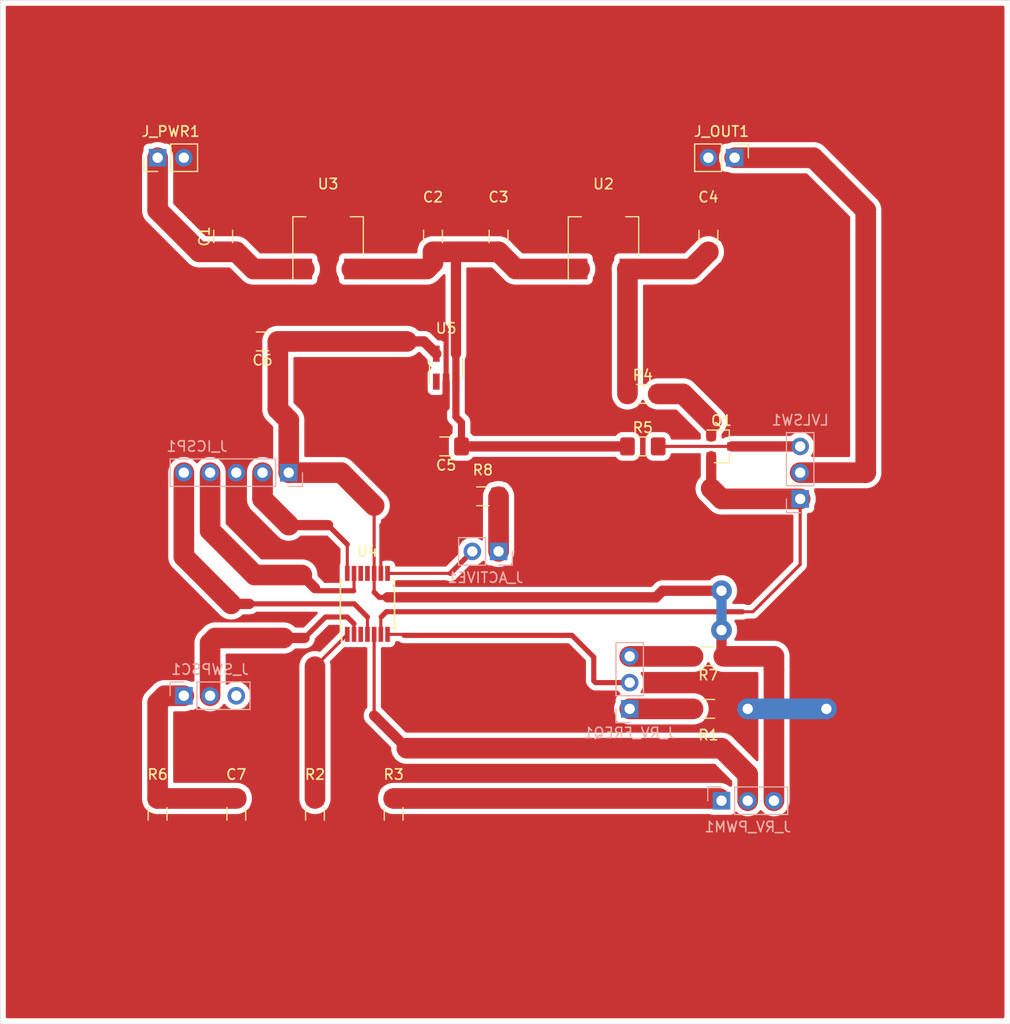
<source format=kicad_pcb>
(kicad_pcb (version 20171130) (host pcbnew "(5.1.2)-2")

  (general
    (thickness 1.6)
    (drawings 4)
    (tracks 171)
    (zones 0)
    (modules 28)
    (nets 23)
  )

  (page A4)
  (layers
    (0 F.Cu signal)
    (31 B.Cu signal)
    (32 B.Adhes user)
    (33 F.Adhes user)
    (34 B.Paste user)
    (35 F.Paste user)
    (36 B.SilkS user)
    (37 F.SilkS user)
    (38 B.Mask user)
    (39 F.Mask user)
    (40 Dwgs.User user)
    (41 Cmts.User user)
    (42 Eco1.User user)
    (43 Eco2.User user)
    (44 Edge.Cuts user)
    (45 Margin user)
    (46 B.CrtYd user)
    (47 F.CrtYd user)
    (48 B.Fab user hide)
    (49 F.Fab user hide)
  )

  (setup
    (last_trace_width 0.3)
    (user_trace_width 0.3)
    (user_trace_width 0.5)
    (user_trace_width 0.7)
    (user_trace_width 1)
    (user_trace_width 2)
    (trace_clearance 0.2)
    (zone_clearance 0.508)
    (zone_45_only no)
    (trace_min 0.2)
    (via_size 0.8)
    (via_drill 0.4)
    (via_min_size 0.4)
    (via_min_drill 0.3)
    (user_via 2 1)
    (uvia_size 0.3)
    (uvia_drill 0.1)
    (uvias_allowed no)
    (uvia_min_size 0.2)
    (uvia_min_drill 0.1)
    (edge_width 0.05)
    (segment_width 0.2)
    (pcb_text_width 0.3)
    (pcb_text_size 1.5 1.5)
    (mod_edge_width 0.12)
    (mod_text_size 1 1)
    (mod_text_width 0.15)
    (pad_size 1.524 1.524)
    (pad_drill 0.762)
    (pad_to_mask_clearance 0.051)
    (solder_mask_min_width 0.25)
    (aux_axis_origin 0 0)
    (visible_elements 7FFFFFFF)
    (pcbplotparams
      (layerselection 0x010fc_ffffffff)
      (usegerberextensions false)
      (usegerberattributes false)
      (usegerberadvancedattributes false)
      (creategerberjobfile false)
      (excludeedgelayer true)
      (linewidth 0.100000)
      (plotframeref false)
      (viasonmask false)
      (mode 1)
      (useauxorigin false)
      (hpglpennumber 1)
      (hpglpenspeed 20)
      (hpglpendiameter 15.000000)
      (psnegative false)
      (psa4output false)
      (plotreference true)
      (plotvalue true)
      (plotinvisibletext false)
      (padsonsilk false)
      (subtractmaskfromsilk false)
      (outputformat 1)
      (mirror false)
      (drillshape 1)
      (scaleselection 1)
      (outputdirectory ""))
  )

  (net 0 "")
  (net 1 GNDS)
  (net 2 +9V)
  (net 3 +5V)
  (net 4 +3V3)
  (net 5 +3.3VA)
  (net 6 /ACTIVE)
  (net 7 /SWRST)
  (net 8 /SWDIO)
  (net 9 /SWCLK)
  (net 10 /5VSIG)
  (net 11 /3V3SIG)
  (net 12 "Net-(Q1-Pad1)")
  (net 13 "Net-(R2-Pad1)")
  (net 14 /FREQADJUST)
  (net 15 /PWMADJUST)
  (net 16 /PSC_SELECT)
  (net 17 "Net-(J_ACTIVE1-Pad1)")
  (net 18 "Net-(J_OUT1-Pad1)")
  (net 19 "Net-(J_RV_FREQ1-Pad3)")
  (net 20 "Net-(J_RV_FREQ1-Pad1)")
  (net 21 "Net-(J_RV_PWM1-Pad1)")
  (net 22 "Net-(C7-Pad1)")

  (net_class Default "This is the default net class."
    (clearance 0.2)
    (trace_width 0.25)
    (via_dia 0.8)
    (via_drill 0.4)
    (uvia_dia 0.3)
    (uvia_drill 0.1)
    (add_net +3.3VA)
    (add_net +3V3)
    (add_net +5V)
    (add_net +9V)
    (add_net /3V3SIG)
    (add_net /5VSIG)
    (add_net /ACTIVE)
    (add_net /FREQADJUST)
    (add_net /PSC_SELECT)
    (add_net /PWMADJUST)
    (add_net /SWCLK)
    (add_net /SWDIO)
    (add_net /SWRST)
    (add_net GNDS)
    (add_net "Net-(C7-Pad1)")
    (add_net "Net-(J_ACTIVE1-Pad1)")
    (add_net "Net-(J_OUT1-Pad1)")
    (add_net "Net-(J_RV_FREQ1-Pad1)")
    (add_net "Net-(J_RV_FREQ1-Pad3)")
    (add_net "Net-(J_RV_PWM1-Pad1)")
    (add_net "Net-(Q1-Pad1)")
    (add_net "Net-(R2-Pad1)")
  )

  (module Connector_PinHeader_2.54mm:PinHeader_1x02_P2.54mm_Vertical (layer B.Cu) (tedit 59FED5CC) (tstamp 5D96B020)
    (at 124.46 104.14 90)
    (descr "Through hole straight pin header, 1x02, 2.54mm pitch, single row")
    (tags "Through hole pin header THT 1x02 2.54mm single row")
    (path /5DA4EFAF)
    (fp_text reference J_ACTIVE1 (at -2.54 -1.27 180) (layer B.SilkS)
      (effects (font (size 1 1) (thickness 0.15)) (justify mirror))
    )
    (fp_text value LED (at 0 -4.87 90) (layer B.Fab)
      (effects (font (size 1 1) (thickness 0.15)) (justify mirror))
    )
    (fp_text user %R (at 0 -1.27 180) (layer B.Fab)
      (effects (font (size 1 1) (thickness 0.15)) (justify mirror))
    )
    (fp_line (start 1.8 1.8) (end -1.8 1.8) (layer B.CrtYd) (width 0.05))
    (fp_line (start 1.8 -4.35) (end 1.8 1.8) (layer B.CrtYd) (width 0.05))
    (fp_line (start -1.8 -4.35) (end 1.8 -4.35) (layer B.CrtYd) (width 0.05))
    (fp_line (start -1.8 1.8) (end -1.8 -4.35) (layer B.CrtYd) (width 0.05))
    (fp_line (start -1.33 1.33) (end 0 1.33) (layer B.SilkS) (width 0.12))
    (fp_line (start -1.33 0) (end -1.33 1.33) (layer B.SilkS) (width 0.12))
    (fp_line (start -1.33 -1.27) (end 1.33 -1.27) (layer B.SilkS) (width 0.12))
    (fp_line (start 1.33 -1.27) (end 1.33 -3.87) (layer B.SilkS) (width 0.12))
    (fp_line (start -1.33 -1.27) (end -1.33 -3.87) (layer B.SilkS) (width 0.12))
    (fp_line (start -1.33 -3.87) (end 1.33 -3.87) (layer B.SilkS) (width 0.12))
    (fp_line (start -1.27 0.635) (end -0.635 1.27) (layer B.Fab) (width 0.1))
    (fp_line (start -1.27 -3.81) (end -1.27 0.635) (layer B.Fab) (width 0.1))
    (fp_line (start 1.27 -3.81) (end -1.27 -3.81) (layer B.Fab) (width 0.1))
    (fp_line (start 1.27 1.27) (end 1.27 -3.81) (layer B.Fab) (width 0.1))
    (fp_line (start -0.635 1.27) (end 1.27 1.27) (layer B.Fab) (width 0.1))
    (pad 2 thru_hole oval (at 0 -2.54 90) (size 1.7 1.7) (drill 1) (layers *.Cu *.Mask)
      (net 6 /ACTIVE))
    (pad 1 thru_hole rect (at 0 0 90) (size 1.7 1.7) (drill 1) (layers *.Cu *.Mask)
      (net 17 "Net-(J_ACTIVE1-Pad1)"))
    (model ${KISYS3DMOD}/Connector_PinHeader_2.54mm.3dshapes/PinHeader_1x02_P2.54mm_Vertical.wrl
      (at (xyz 0 0 0))
      (scale (xyz 1 1 1))
      (rotate (xyz 0 0 0))
    )
  )

  (module Package_TO_SOT_SMD:SOT-23-5_HandSoldering (layer F.Cu) (tedit 5A0AB76C) (tstamp 5D96B1C2)
    (at 119.38 86.36 90)
    (descr "5-pin SOT23 package")
    (tags "SOT-23-5 hand-soldering")
    (path /5D9BB554)
    (attr smd)
    (fp_text reference U5 (at 3.81 0 180) (layer F.SilkS)
      (effects (font (size 1 1) (thickness 0.15)))
    )
    (fp_text value LM4132AMF-3.3 (at 0 2.9 90) (layer F.Fab)
      (effects (font (size 1 1) (thickness 0.15)))
    )
    (fp_line (start 2.38 1.8) (end -2.38 1.8) (layer F.CrtYd) (width 0.05))
    (fp_line (start 2.38 1.8) (end 2.38 -1.8) (layer F.CrtYd) (width 0.05))
    (fp_line (start -2.38 -1.8) (end -2.38 1.8) (layer F.CrtYd) (width 0.05))
    (fp_line (start -2.38 -1.8) (end 2.38 -1.8) (layer F.CrtYd) (width 0.05))
    (fp_line (start 0.9 -1.55) (end 0.9 1.55) (layer F.Fab) (width 0.1))
    (fp_line (start 0.9 1.55) (end -0.9 1.55) (layer F.Fab) (width 0.1))
    (fp_line (start -0.9 -0.9) (end -0.9 1.55) (layer F.Fab) (width 0.1))
    (fp_line (start 0.9 -1.55) (end -0.25 -1.55) (layer F.Fab) (width 0.1))
    (fp_line (start -0.9 -0.9) (end -0.25 -1.55) (layer F.Fab) (width 0.1))
    (fp_line (start 0.9 -1.61) (end -1.55 -1.61) (layer F.SilkS) (width 0.12))
    (fp_line (start -0.9 1.61) (end 0.9 1.61) (layer F.SilkS) (width 0.12))
    (fp_text user %R (at 0 0) (layer F.Fab)
      (effects (font (size 0.5 0.5) (thickness 0.075)))
    )
    (pad 5 smd rect (at 1.35 -0.95 90) (size 1.56 0.65) (layers F.Cu F.Paste F.Mask)
      (net 5 +3.3VA))
    (pad 4 smd rect (at 1.35 0.95 90) (size 1.56 0.65) (layers F.Cu F.Paste F.Mask)
      (net 3 +5V))
    (pad 3 smd rect (at -1.35 0.95 90) (size 1.56 0.65) (layers F.Cu F.Paste F.Mask)
      (net 3 +5V))
    (pad 2 smd rect (at -1.35 0 90) (size 1.56 0.65) (layers F.Cu F.Paste F.Mask)
      (net 1 GNDS))
    (pad 1 smd rect (at -1.35 -0.95 90) (size 1.56 0.65) (layers F.Cu F.Paste F.Mask))
    (model ${KISYS3DMOD}/Package_TO_SOT_SMD.3dshapes/SOT-23-5.wrl
      (at (xyz 0 0 0))
      (scale (xyz 1 1 1))
      (rotate (xyz 0 0 0))
    )
  )

  (module Package_SO:TSSOP-14_4.4x5mm_P0.65mm (layer F.Cu) (tedit 5A02F25C) (tstamp 5D96B1AD)
    (at 111.76 109.22 90)
    (descr "14-Lead Plastic Thin Shrink Small Outline (ST)-4.4 mm Body [TSSOP] (see Microchip Packaging Specification 00000049BS.pdf)")
    (tags "SSOP 0.65")
    (path /5D961C97)
    (attr smd)
    (fp_text reference U4 (at 5.08 0 180) (layer F.SilkS)
      (effects (font (size 1 1) (thickness 0.15)))
    )
    (fp_text value STM32L011D4Px (at 0 3.55 90) (layer F.Fab)
      (effects (font (size 1 1) (thickness 0.15)))
    )
    (fp_text user %R (at 0 0 90) (layer F.Fab)
      (effects (font (size 0.8 0.8) (thickness 0.15)))
    )
    (fp_line (start -2.325 -2.5) (end -3.675 -2.5) (layer F.SilkS) (width 0.15))
    (fp_line (start -2.325 2.625) (end 2.325 2.625) (layer F.SilkS) (width 0.15))
    (fp_line (start -2.325 -2.625) (end 2.325 -2.625) (layer F.SilkS) (width 0.15))
    (fp_line (start -2.325 2.625) (end -2.325 2.4) (layer F.SilkS) (width 0.15))
    (fp_line (start 2.325 2.625) (end 2.325 2.4) (layer F.SilkS) (width 0.15))
    (fp_line (start 2.325 -2.625) (end 2.325 -2.4) (layer F.SilkS) (width 0.15))
    (fp_line (start -2.325 -2.625) (end -2.325 -2.5) (layer F.SilkS) (width 0.15))
    (fp_line (start -3.95 2.8) (end 3.95 2.8) (layer F.CrtYd) (width 0.05))
    (fp_line (start -3.95 -2.8) (end 3.95 -2.8) (layer F.CrtYd) (width 0.05))
    (fp_line (start 3.95 -2.8) (end 3.95 2.8) (layer F.CrtYd) (width 0.05))
    (fp_line (start -3.95 -2.8) (end -3.95 2.8) (layer F.CrtYd) (width 0.05))
    (fp_line (start -2.2 -1.5) (end -1.2 -2.5) (layer F.Fab) (width 0.15))
    (fp_line (start -2.2 2.5) (end -2.2 -1.5) (layer F.Fab) (width 0.15))
    (fp_line (start 2.2 2.5) (end -2.2 2.5) (layer F.Fab) (width 0.15))
    (fp_line (start 2.2 -2.5) (end 2.2 2.5) (layer F.Fab) (width 0.15))
    (fp_line (start -1.2 -2.5) (end 2.2 -2.5) (layer F.Fab) (width 0.15))
    (pad 14 smd rect (at 2.95 -1.95 90) (size 1.45 0.45) (layers F.Cu F.Paste F.Mask)
      (net 9 /SWCLK))
    (pad 13 smd rect (at 2.95 -1.3 90) (size 1.45 0.45) (layers F.Cu F.Paste F.Mask)
      (net 8 /SWDIO))
    (pad 12 smd rect (at 2.95 -0.65 90) (size 1.45 0.45) (layers F.Cu F.Paste F.Mask))
    (pad 11 smd rect (at 2.95 0 90) (size 1.45 0.45) (layers F.Cu F.Paste F.Mask))
    (pad 10 smd rect (at 2.95 0.65 90) (size 1.45 0.45) (layers F.Cu F.Paste F.Mask)
      (net 5 +3.3VA))
    (pad 9 smd rect (at 2.95 1.3 90) (size 1.45 0.45) (layers F.Cu F.Paste F.Mask)
      (net 1 GNDS))
    (pad 8 smd rect (at 2.95 1.95 90) (size 1.45 0.45) (layers F.Cu F.Paste F.Mask)
      (net 6 /ACTIVE))
    (pad 7 smd rect (at -2.95 1.95 90) (size 1.45 0.45) (layers F.Cu F.Paste F.Mask)
      (net 14 /FREQADJUST))
    (pad 6 smd rect (at -2.95 1.3 90) (size 1.45 0.45) (layers F.Cu F.Paste F.Mask)
      (net 11 /3V3SIG))
    (pad 5 smd rect (at -2.95 0.65 90) (size 1.45 0.45) (layers F.Cu F.Paste F.Mask)
      (net 15 /PWMADJUST))
    (pad 4 smd rect (at -2.95 0 90) (size 1.45 0.45) (layers F.Cu F.Paste F.Mask)
      (net 7 /SWRST))
    (pad 3 smd rect (at -2.95 -0.65 90) (size 1.45 0.45) (layers F.Cu F.Paste F.Mask))
    (pad 2 smd rect (at -2.95 -1.3 90) (size 1.45 0.45) (layers F.Cu F.Paste F.Mask)
      (net 16 /PSC_SELECT))
    (pad 1 smd rect (at -2.95 -1.95 90) (size 1.45 0.45) (layers F.Cu F.Paste F.Mask)
      (net 13 "Net-(R2-Pad1)"))
    (model ${KISYS3DMOD}/Package_SO.3dshapes/TSSOP-14_4.4x5mm_P0.65mm.wrl
      (at (xyz 0 0 0))
      (scale (xyz 1 1 1))
      (rotate (xyz 0 0 0))
    )
  )

  (module Package_TO_SOT_SMD:SOT-223-3_TabPin2 (layer F.Cu) (tedit 5A02FF57) (tstamp 5D96B18A)
    (at 107.95 73.66 90)
    (descr "module CMS SOT223 4 pins")
    (tags "CMS SOT")
    (path /5D9A33C6)
    (attr smd)
    (fp_text reference U3 (at 5.08 0 180) (layer F.SilkS)
      (effects (font (size 1 1) (thickness 0.15)))
    )
    (fp_text value uA78M05C (at 0 4.5 90) (layer F.Fab)
      (effects (font (size 1 1) (thickness 0.15)))
    )
    (fp_line (start 1.85 -3.35) (end 1.85 3.35) (layer F.Fab) (width 0.1))
    (fp_line (start -1.85 3.35) (end 1.85 3.35) (layer F.Fab) (width 0.1))
    (fp_line (start -4.1 -3.41) (end 1.91 -3.41) (layer F.SilkS) (width 0.12))
    (fp_line (start -0.85 -3.35) (end 1.85 -3.35) (layer F.Fab) (width 0.1))
    (fp_line (start -1.85 3.41) (end 1.91 3.41) (layer F.SilkS) (width 0.12))
    (fp_line (start -1.85 -2.35) (end -1.85 3.35) (layer F.Fab) (width 0.1))
    (fp_line (start -1.85 -2.35) (end -0.85 -3.35) (layer F.Fab) (width 0.1))
    (fp_line (start -4.4 -3.6) (end -4.4 3.6) (layer F.CrtYd) (width 0.05))
    (fp_line (start -4.4 3.6) (end 4.4 3.6) (layer F.CrtYd) (width 0.05))
    (fp_line (start 4.4 3.6) (end 4.4 -3.6) (layer F.CrtYd) (width 0.05))
    (fp_line (start 4.4 -3.6) (end -4.4 -3.6) (layer F.CrtYd) (width 0.05))
    (fp_line (start 1.91 -3.41) (end 1.91 -2.15) (layer F.SilkS) (width 0.12))
    (fp_line (start 1.91 3.41) (end 1.91 2.15) (layer F.SilkS) (width 0.12))
    (fp_text user %R (at 0 0) (layer F.Fab)
      (effects (font (size 0.8 0.8) (thickness 0.12)))
    )
    (pad 1 smd rect (at -3.15 -2.3 90) (size 2 1.5) (layers F.Cu F.Paste F.Mask)
      (net 2 +9V))
    (pad 3 smd rect (at -3.15 2.3 90) (size 2 1.5) (layers F.Cu F.Paste F.Mask)
      (net 3 +5V))
    (pad 2 smd rect (at -3.15 0 90) (size 2 1.5) (layers F.Cu F.Paste F.Mask)
      (net 1 GNDS))
    (pad 2 smd rect (at 3.15 0 90) (size 2 3.8) (layers F.Cu F.Paste F.Mask)
      (net 1 GNDS))
    (model ${KISYS3DMOD}/Package_TO_SOT_SMD.3dshapes/SOT-223.wrl
      (at (xyz 0 0 0))
      (scale (xyz 1 1 1))
      (rotate (xyz 0 0 0))
    )
  )

  (module Package_TO_SOT_SMD:SOT-223-3_TabPin2 (layer F.Cu) (tedit 5A02FF57) (tstamp 5D96B174)
    (at 134.62 73.66 90)
    (descr "module CMS SOT223 4 pins")
    (tags "CMS SOT")
    (path /5D9A22DE)
    (attr smd)
    (fp_text reference U2 (at 5.08 0 180) (layer F.SilkS)
      (effects (font (size 1 1) (thickness 0.15)))
    )
    (fp_text value MCP1825ST-3302E/DB (at 0 4.5 90) (layer F.Fab)
      (effects (font (size 1 1) (thickness 0.15)))
    )
    (fp_line (start 1.85 -3.35) (end 1.85 3.35) (layer F.Fab) (width 0.1))
    (fp_line (start -1.85 3.35) (end 1.85 3.35) (layer F.Fab) (width 0.1))
    (fp_line (start -4.1 -3.41) (end 1.91 -3.41) (layer F.SilkS) (width 0.12))
    (fp_line (start -0.85 -3.35) (end 1.85 -3.35) (layer F.Fab) (width 0.1))
    (fp_line (start -1.85 3.41) (end 1.91 3.41) (layer F.SilkS) (width 0.12))
    (fp_line (start -1.85 -2.35) (end -1.85 3.35) (layer F.Fab) (width 0.1))
    (fp_line (start -1.85 -2.35) (end -0.85 -3.35) (layer F.Fab) (width 0.1))
    (fp_line (start -4.4 -3.6) (end -4.4 3.6) (layer F.CrtYd) (width 0.05))
    (fp_line (start -4.4 3.6) (end 4.4 3.6) (layer F.CrtYd) (width 0.05))
    (fp_line (start 4.4 3.6) (end 4.4 -3.6) (layer F.CrtYd) (width 0.05))
    (fp_line (start 4.4 -3.6) (end -4.4 -3.6) (layer F.CrtYd) (width 0.05))
    (fp_line (start 1.91 -3.41) (end 1.91 -2.15) (layer F.SilkS) (width 0.12))
    (fp_line (start 1.91 3.41) (end 1.91 2.15) (layer F.SilkS) (width 0.12))
    (fp_text user %R (at 0 0) (layer F.Fab)
      (effects (font (size 0.8 0.8) (thickness 0.12)))
    )
    (pad 1 smd rect (at -3.15 -2.3 90) (size 2 1.5) (layers F.Cu F.Paste F.Mask)
      (net 3 +5V))
    (pad 3 smd rect (at -3.15 2.3 90) (size 2 1.5) (layers F.Cu F.Paste F.Mask)
      (net 4 +3V3))
    (pad 2 smd rect (at -3.15 0 90) (size 2 1.5) (layers F.Cu F.Paste F.Mask)
      (net 1 GNDS))
    (pad 2 smd rect (at 3.15 0 90) (size 2 3.8) (layers F.Cu F.Paste F.Mask)
      (net 1 GNDS))
    (model ${KISYS3DMOD}/Package_TO_SOT_SMD.3dshapes/SOT-223.wrl
      (at (xyz 0 0 0))
      (scale (xyz 1 1 1))
      (rotate (xyz 0 0 0))
    )
  )

  (module Connector_PinHeader_2.54mm:PinHeader_1x03_P2.54mm_Vertical (layer B.Cu) (tedit 59FED5CC) (tstamp 5D96B15E)
    (at 93.98 118.11 270)
    (descr "Through hole straight pin header, 1x03, 2.54mm pitch, single row")
    (tags "Through hole pin header THT 1x03 2.54mm single row")
    (path /5DA1C65A)
    (fp_text reference J_SWPSC1 (at -2.54 -2.54) (layer B.SilkS)
      (effects (font (size 1 1) (thickness 0.15)) (justify mirror))
    )
    (fp_text value SW_SPST (at 0 -7.41 270) (layer B.Fab)
      (effects (font (size 1 1) (thickness 0.15)) (justify mirror))
    )
    (fp_text user %R (at 0 -2.54) (layer B.Fab)
      (effects (font (size 1 1) (thickness 0.15)) (justify mirror))
    )
    (fp_line (start 1.8 1.8) (end -1.8 1.8) (layer B.CrtYd) (width 0.05))
    (fp_line (start 1.8 -6.85) (end 1.8 1.8) (layer B.CrtYd) (width 0.05))
    (fp_line (start -1.8 -6.85) (end 1.8 -6.85) (layer B.CrtYd) (width 0.05))
    (fp_line (start -1.8 1.8) (end -1.8 -6.85) (layer B.CrtYd) (width 0.05))
    (fp_line (start -1.33 1.33) (end 0 1.33) (layer B.SilkS) (width 0.12))
    (fp_line (start -1.33 0) (end -1.33 1.33) (layer B.SilkS) (width 0.12))
    (fp_line (start -1.33 -1.27) (end 1.33 -1.27) (layer B.SilkS) (width 0.12))
    (fp_line (start 1.33 -1.27) (end 1.33 -6.41) (layer B.SilkS) (width 0.12))
    (fp_line (start -1.33 -1.27) (end -1.33 -6.41) (layer B.SilkS) (width 0.12))
    (fp_line (start -1.33 -6.41) (end 1.33 -6.41) (layer B.SilkS) (width 0.12))
    (fp_line (start -1.27 0.635) (end -0.635 1.27) (layer B.Fab) (width 0.1))
    (fp_line (start -1.27 -6.35) (end -1.27 0.635) (layer B.Fab) (width 0.1))
    (fp_line (start 1.27 -6.35) (end -1.27 -6.35) (layer B.Fab) (width 0.1))
    (fp_line (start 1.27 1.27) (end 1.27 -6.35) (layer B.Fab) (width 0.1))
    (fp_line (start -0.635 1.27) (end 1.27 1.27) (layer B.Fab) (width 0.1))
    (pad 3 thru_hole oval (at 0 -5.08 270) (size 1.7 1.7) (drill 1) (layers *.Cu *.Mask))
    (pad 2 thru_hole oval (at 0 -2.54 270) (size 1.7 1.7) (drill 1) (layers *.Cu *.Mask)
      (net 16 /PSC_SELECT))
    (pad 1 thru_hole rect (at 0 0 270) (size 1.7 1.7) (drill 1) (layers *.Cu *.Mask)
      (net 22 "Net-(C7-Pad1)"))
    (model ${KISYS3DMOD}/Connector_PinHeader_2.54mm.3dshapes/PinHeader_1x03_P2.54mm_Vertical.wrl
      (at (xyz 0 0 0))
      (scale (xyz 1 1 1))
      (rotate (xyz 0 0 0))
    )
  )

  (module Connector_PinHeader_2.54mm:PinHeader_1x03_P2.54mm_Vertical (layer B.Cu) (tedit 59FED5CC) (tstamp 5D96B147)
    (at 146.05 128.27 270)
    (descr "Through hole straight pin header, 1x03, 2.54mm pitch, single row")
    (tags "Through hole pin header THT 1x03 2.54mm single row")
    (path /5D96CE16)
    (fp_text reference J_RV_PWM1 (at 2.54 -2.54 180) (layer B.SilkS)
      (effects (font (size 1 1) (thickness 0.15)) (justify mirror))
    )
    (fp_text value B10K (at 0 -7.41 90) (layer B.Fab)
      (effects (font (size 1 1) (thickness 0.15)) (justify mirror))
    )
    (fp_text user %R (at 0 -2.54 180) (layer B.Fab)
      (effects (font (size 1 1) (thickness 0.15)) (justify mirror))
    )
    (fp_line (start 1.8 1.8) (end -1.8 1.8) (layer B.CrtYd) (width 0.05))
    (fp_line (start 1.8 -6.85) (end 1.8 1.8) (layer B.CrtYd) (width 0.05))
    (fp_line (start -1.8 -6.85) (end 1.8 -6.85) (layer B.CrtYd) (width 0.05))
    (fp_line (start -1.8 1.8) (end -1.8 -6.85) (layer B.CrtYd) (width 0.05))
    (fp_line (start -1.33 1.33) (end 0 1.33) (layer B.SilkS) (width 0.12))
    (fp_line (start -1.33 0) (end -1.33 1.33) (layer B.SilkS) (width 0.12))
    (fp_line (start -1.33 -1.27) (end 1.33 -1.27) (layer B.SilkS) (width 0.12))
    (fp_line (start 1.33 -1.27) (end 1.33 -6.41) (layer B.SilkS) (width 0.12))
    (fp_line (start -1.33 -1.27) (end -1.33 -6.41) (layer B.SilkS) (width 0.12))
    (fp_line (start -1.33 -6.41) (end 1.33 -6.41) (layer B.SilkS) (width 0.12))
    (fp_line (start -1.27 0.635) (end -0.635 1.27) (layer B.Fab) (width 0.1))
    (fp_line (start -1.27 -6.35) (end -1.27 0.635) (layer B.Fab) (width 0.1))
    (fp_line (start 1.27 -6.35) (end -1.27 -6.35) (layer B.Fab) (width 0.1))
    (fp_line (start 1.27 1.27) (end 1.27 -6.35) (layer B.Fab) (width 0.1))
    (fp_line (start -0.635 1.27) (end 1.27 1.27) (layer B.Fab) (width 0.1))
    (pad 3 thru_hole oval (at 0 -5.08 270) (size 1.7 1.7) (drill 1) (layers *.Cu *.Mask)
      (net 5 +3.3VA))
    (pad 2 thru_hole oval (at 0 -2.54 270) (size 1.7 1.7) (drill 1) (layers *.Cu *.Mask)
      (net 15 /PWMADJUST))
    (pad 1 thru_hole rect (at 0 0 270) (size 1.7 1.7) (drill 1) (layers *.Cu *.Mask)
      (net 21 "Net-(J_RV_PWM1-Pad1)"))
    (model ${KISYS3DMOD}/Connector_PinHeader_2.54mm.3dshapes/PinHeader_1x03_P2.54mm_Vertical.wrl
      (at (xyz 0 0 0))
      (scale (xyz 1 1 1))
      (rotate (xyz 0 0 0))
    )
  )

  (module Connector_PinHeader_2.54mm:PinHeader_1x03_P2.54mm_Vertical (layer B.Cu) (tedit 59FED5CC) (tstamp 5D96B130)
    (at 137.16 119.38)
    (descr "Through hole straight pin header, 1x03, 2.54mm pitch, single row")
    (tags "Through hole pin header THT 1x03 2.54mm single row")
    (path /5D970BEB)
    (fp_text reference J_RV_FREQ1 (at 0 2.33) (layer B.SilkS)
      (effects (font (size 1 1) (thickness 0.15)) (justify mirror))
    )
    (fp_text value B10K (at 0 -7.41) (layer B.Fab)
      (effects (font (size 1 1) (thickness 0.15)) (justify mirror))
    )
    (fp_text user %R (at 0 -2.54 270) (layer B.Fab)
      (effects (font (size 1 1) (thickness 0.15)) (justify mirror))
    )
    (fp_line (start 1.8 1.8) (end -1.8 1.8) (layer B.CrtYd) (width 0.05))
    (fp_line (start 1.8 -6.85) (end 1.8 1.8) (layer B.CrtYd) (width 0.05))
    (fp_line (start -1.8 -6.85) (end 1.8 -6.85) (layer B.CrtYd) (width 0.05))
    (fp_line (start -1.8 1.8) (end -1.8 -6.85) (layer B.CrtYd) (width 0.05))
    (fp_line (start -1.33 1.33) (end 0 1.33) (layer B.SilkS) (width 0.12))
    (fp_line (start -1.33 0) (end -1.33 1.33) (layer B.SilkS) (width 0.12))
    (fp_line (start -1.33 -1.27) (end 1.33 -1.27) (layer B.SilkS) (width 0.12))
    (fp_line (start 1.33 -1.27) (end 1.33 -6.41) (layer B.SilkS) (width 0.12))
    (fp_line (start -1.33 -1.27) (end -1.33 -6.41) (layer B.SilkS) (width 0.12))
    (fp_line (start -1.33 -6.41) (end 1.33 -6.41) (layer B.SilkS) (width 0.12))
    (fp_line (start -1.27 0.635) (end -0.635 1.27) (layer B.Fab) (width 0.1))
    (fp_line (start -1.27 -6.35) (end -1.27 0.635) (layer B.Fab) (width 0.1))
    (fp_line (start 1.27 -6.35) (end -1.27 -6.35) (layer B.Fab) (width 0.1))
    (fp_line (start 1.27 1.27) (end 1.27 -6.35) (layer B.Fab) (width 0.1))
    (fp_line (start -0.635 1.27) (end 1.27 1.27) (layer B.Fab) (width 0.1))
    (pad 3 thru_hole oval (at 0 -5.08) (size 1.7 1.7) (drill 1) (layers *.Cu *.Mask)
      (net 19 "Net-(J_RV_FREQ1-Pad3)"))
    (pad 2 thru_hole oval (at 0 -2.54) (size 1.7 1.7) (drill 1) (layers *.Cu *.Mask)
      (net 14 /FREQADJUST))
    (pad 1 thru_hole rect (at 0 0) (size 1.7 1.7) (drill 1) (layers *.Cu *.Mask)
      (net 20 "Net-(J_RV_FREQ1-Pad1)"))
    (model ${KISYS3DMOD}/Connector_PinHeader_2.54mm.3dshapes/PinHeader_1x03_P2.54mm_Vertical.wrl
      (at (xyz 0 0 0))
      (scale (xyz 1 1 1))
      (rotate (xyz 0 0 0))
    )
  )

  (module Resistor_SMD:R_1206_3216Metric_Pad1.42x1.75mm_HandSolder (layer F.Cu) (tedit 5B301BBD) (tstamp 5D96B119)
    (at 122.936 98.806 180)
    (descr "Resistor SMD 1206 (3216 Metric), square (rectangular) end terminal, IPC_7351 nominal with elongated pad for handsoldering. (Body size source: http://www.tortai-tech.com/upload/download/2011102023233369053.pdf), generated with kicad-footprint-generator")
    (tags "resistor handsolder")
    (path /5DA516CE)
    (attr smd)
    (fp_text reference R8 (at 0 2.54) (layer F.SilkS)
      (effects (font (size 1 1) (thickness 0.15)))
    )
    (fp_text value 220R (at 0 1.82) (layer F.Fab)
      (effects (font (size 1 1) (thickness 0.15)))
    )
    (fp_text user %R (at 0 0) (layer F.Fab)
      (effects (font (size 0.8 0.8) (thickness 0.12)))
    )
    (fp_line (start 2.45 1.12) (end -2.45 1.12) (layer F.CrtYd) (width 0.05))
    (fp_line (start 2.45 -1.12) (end 2.45 1.12) (layer F.CrtYd) (width 0.05))
    (fp_line (start -2.45 -1.12) (end 2.45 -1.12) (layer F.CrtYd) (width 0.05))
    (fp_line (start -2.45 1.12) (end -2.45 -1.12) (layer F.CrtYd) (width 0.05))
    (fp_line (start -0.602064 0.91) (end 0.602064 0.91) (layer F.SilkS) (width 0.12))
    (fp_line (start -0.602064 -0.91) (end 0.602064 -0.91) (layer F.SilkS) (width 0.12))
    (fp_line (start 1.6 0.8) (end -1.6 0.8) (layer F.Fab) (width 0.1))
    (fp_line (start 1.6 -0.8) (end 1.6 0.8) (layer F.Fab) (width 0.1))
    (fp_line (start -1.6 -0.8) (end 1.6 -0.8) (layer F.Fab) (width 0.1))
    (fp_line (start -1.6 0.8) (end -1.6 -0.8) (layer F.Fab) (width 0.1))
    (pad 2 smd roundrect (at 1.4875 0 180) (size 1.425 1.75) (layers F.Cu F.Paste F.Mask) (roundrect_rratio 0.175439)
      (net 1 GNDS))
    (pad 1 smd roundrect (at -1.4875 0 180) (size 1.425 1.75) (layers F.Cu F.Paste F.Mask) (roundrect_rratio 0.175439)
      (net 17 "Net-(J_ACTIVE1-Pad1)"))
    (model ${KISYS3DMOD}/Resistor_SMD.3dshapes/R_1206_3216Metric.wrl
      (at (xyz 0 0 0))
      (scale (xyz 1 1 1))
      (rotate (xyz 0 0 0))
    )
  )

  (module Resistor_SMD:R_1206_3216Metric_Pad1.42x1.75mm_HandSolder (layer F.Cu) (tedit 5B301BBD) (tstamp 5D96B108)
    (at 144.78 114.3 180)
    (descr "Resistor SMD 1206 (3216 Metric), square (rectangular) end terminal, IPC_7351 nominal with elongated pad for handsoldering. (Body size source: http://www.tortai-tech.com/upload/download/2011102023233369053.pdf), generated with kicad-footprint-generator")
    (tags "resistor handsolder")
    (path /5DA38252)
    (attr smd)
    (fp_text reference R7 (at 0 -1.82) (layer F.SilkS)
      (effects (font (size 1 1) (thickness 0.15)))
    )
    (fp_text value 5K6 (at 0 1.82) (layer F.Fab)
      (effects (font (size 1 1) (thickness 0.15)))
    )
    (fp_text user %R (at 0 0) (layer F.Fab)
      (effects (font (size 0.8 0.8) (thickness 0.12)))
    )
    (fp_line (start 2.45 1.12) (end -2.45 1.12) (layer F.CrtYd) (width 0.05))
    (fp_line (start 2.45 -1.12) (end 2.45 1.12) (layer F.CrtYd) (width 0.05))
    (fp_line (start -2.45 -1.12) (end 2.45 -1.12) (layer F.CrtYd) (width 0.05))
    (fp_line (start -2.45 1.12) (end -2.45 -1.12) (layer F.CrtYd) (width 0.05))
    (fp_line (start -0.602064 0.91) (end 0.602064 0.91) (layer F.SilkS) (width 0.12))
    (fp_line (start -0.602064 -0.91) (end 0.602064 -0.91) (layer F.SilkS) (width 0.12))
    (fp_line (start 1.6 0.8) (end -1.6 0.8) (layer F.Fab) (width 0.1))
    (fp_line (start 1.6 -0.8) (end 1.6 0.8) (layer F.Fab) (width 0.1))
    (fp_line (start -1.6 -0.8) (end 1.6 -0.8) (layer F.Fab) (width 0.1))
    (fp_line (start -1.6 0.8) (end -1.6 -0.8) (layer F.Fab) (width 0.1))
    (pad 2 smd roundrect (at 1.4875 0 180) (size 1.425 1.75) (layers F.Cu F.Paste F.Mask) (roundrect_rratio 0.175439)
      (net 19 "Net-(J_RV_FREQ1-Pad3)"))
    (pad 1 smd roundrect (at -1.4875 0 180) (size 1.425 1.75) (layers F.Cu F.Paste F.Mask) (roundrect_rratio 0.175439)
      (net 5 +3.3VA))
    (model ${KISYS3DMOD}/Resistor_SMD.3dshapes/R_1206_3216Metric.wrl
      (at (xyz 0 0 0))
      (scale (xyz 1 1 1))
      (rotate (xyz 0 0 0))
    )
  )

  (module Resistor_SMD:R_1206_3216Metric_Pad1.42x1.75mm_HandSolder (layer F.Cu) (tedit 5B301BBD) (tstamp 5D96B0F7)
    (at 91.44 129.54 270)
    (descr "Resistor SMD 1206 (3216 Metric), square (rectangular) end terminal, IPC_7351 nominal with elongated pad for handsoldering. (Body size source: http://www.tortai-tech.com/upload/download/2011102023233369053.pdf), generated with kicad-footprint-generator")
    (tags "resistor handsolder")
    (path /5DA22A4D)
    (attr smd)
    (fp_text reference R6 (at -3.81 0 180) (layer F.SilkS)
      (effects (font (size 1 1) (thickness 0.15)))
    )
    (fp_text value 27K (at 0 1.82 90) (layer F.Fab)
      (effects (font (size 1 1) (thickness 0.15)))
    )
    (fp_text user %R (at 0 0 90) (layer F.Fab)
      (effects (font (size 0.8 0.8) (thickness 0.12)))
    )
    (fp_line (start 2.45 1.12) (end -2.45 1.12) (layer F.CrtYd) (width 0.05))
    (fp_line (start 2.45 -1.12) (end 2.45 1.12) (layer F.CrtYd) (width 0.05))
    (fp_line (start -2.45 -1.12) (end 2.45 -1.12) (layer F.CrtYd) (width 0.05))
    (fp_line (start -2.45 1.12) (end -2.45 -1.12) (layer F.CrtYd) (width 0.05))
    (fp_line (start -0.602064 0.91) (end 0.602064 0.91) (layer F.SilkS) (width 0.12))
    (fp_line (start -0.602064 -0.91) (end 0.602064 -0.91) (layer F.SilkS) (width 0.12))
    (fp_line (start 1.6 0.8) (end -1.6 0.8) (layer F.Fab) (width 0.1))
    (fp_line (start 1.6 -0.8) (end 1.6 0.8) (layer F.Fab) (width 0.1))
    (fp_line (start -1.6 -0.8) (end 1.6 -0.8) (layer F.Fab) (width 0.1))
    (fp_line (start -1.6 0.8) (end -1.6 -0.8) (layer F.Fab) (width 0.1))
    (pad 2 smd roundrect (at 1.4875 0 270) (size 1.425 1.75) (layers F.Cu F.Paste F.Mask) (roundrect_rratio 0.175439)
      (net 1 GNDS))
    (pad 1 smd roundrect (at -1.4875 0 270) (size 1.425 1.75) (layers F.Cu F.Paste F.Mask) (roundrect_rratio 0.175439)
      (net 22 "Net-(C7-Pad1)"))
    (model ${KISYS3DMOD}/Resistor_SMD.3dshapes/R_1206_3216Metric.wrl
      (at (xyz 0 0 0))
      (scale (xyz 1 1 1))
      (rotate (xyz 0 0 0))
    )
  )

  (module Resistor_SMD:R_1206_3216Metric_Pad1.42x1.75mm_HandSolder (layer F.Cu) (tedit 5B301BBD) (tstamp 5D96B0E6)
    (at 138.43 93.98)
    (descr "Resistor SMD 1206 (3216 Metric), square (rectangular) end terminal, IPC_7351 nominal with elongated pad for handsoldering. (Body size source: http://www.tortai-tech.com/upload/download/2011102023233369053.pdf), generated with kicad-footprint-generator")
    (tags "resistor handsolder")
    (path /5D98FCF4)
    (attr smd)
    (fp_text reference R5 (at 0 -1.82) (layer F.SilkS)
      (effects (font (size 1 1) (thickness 0.15)))
    )
    (fp_text value 2K (at 0 1.82) (layer F.Fab)
      (effects (font (size 1 1) (thickness 0.15)))
    )
    (fp_text user %R (at 0 0) (layer F.Fab)
      (effects (font (size 0.8 0.8) (thickness 0.12)))
    )
    (fp_line (start 2.45 1.12) (end -2.45 1.12) (layer F.CrtYd) (width 0.05))
    (fp_line (start 2.45 -1.12) (end 2.45 1.12) (layer F.CrtYd) (width 0.05))
    (fp_line (start -2.45 -1.12) (end 2.45 -1.12) (layer F.CrtYd) (width 0.05))
    (fp_line (start -2.45 1.12) (end -2.45 -1.12) (layer F.CrtYd) (width 0.05))
    (fp_line (start -0.602064 0.91) (end 0.602064 0.91) (layer F.SilkS) (width 0.12))
    (fp_line (start -0.602064 -0.91) (end 0.602064 -0.91) (layer F.SilkS) (width 0.12))
    (fp_line (start 1.6 0.8) (end -1.6 0.8) (layer F.Fab) (width 0.1))
    (fp_line (start 1.6 -0.8) (end 1.6 0.8) (layer F.Fab) (width 0.1))
    (fp_line (start -1.6 -0.8) (end 1.6 -0.8) (layer F.Fab) (width 0.1))
    (fp_line (start -1.6 0.8) (end -1.6 -0.8) (layer F.Fab) (width 0.1))
    (pad 2 smd roundrect (at 1.4875 0) (size 1.425 1.75) (layers F.Cu F.Paste F.Mask) (roundrect_rratio 0.175439)
      (net 10 /5VSIG))
    (pad 1 smd roundrect (at -1.4875 0) (size 1.425 1.75) (layers F.Cu F.Paste F.Mask) (roundrect_rratio 0.175439)
      (net 3 +5V))
    (model ${KISYS3DMOD}/Resistor_SMD.3dshapes/R_1206_3216Metric.wrl
      (at (xyz 0 0 0))
      (scale (xyz 1 1 1))
      (rotate (xyz 0 0 0))
    )
  )

  (module Resistor_SMD:R_1206_3216Metric_Pad1.42x1.75mm_HandSolder (layer F.Cu) (tedit 5B301BBD) (tstamp 5D96B0D5)
    (at 138.43 88.9)
    (descr "Resistor SMD 1206 (3216 Metric), square (rectangular) end terminal, IPC_7351 nominal with elongated pad for handsoldering. (Body size source: http://www.tortai-tech.com/upload/download/2011102023233369053.pdf), generated with kicad-footprint-generator")
    (tags "resistor handsolder")
    (path /5D98FAB4)
    (attr smd)
    (fp_text reference R4 (at 0 -1.82) (layer F.SilkS)
      (effects (font (size 1 1) (thickness 0.15)))
    )
    (fp_text value 1K (at 0 1.82) (layer F.Fab)
      (effects (font (size 1 1) (thickness 0.15)))
    )
    (fp_text user %R (at 0 0) (layer F.Fab)
      (effects (font (size 0.8 0.8) (thickness 0.12)))
    )
    (fp_line (start 2.45 1.12) (end -2.45 1.12) (layer F.CrtYd) (width 0.05))
    (fp_line (start 2.45 -1.12) (end 2.45 1.12) (layer F.CrtYd) (width 0.05))
    (fp_line (start -2.45 -1.12) (end 2.45 -1.12) (layer F.CrtYd) (width 0.05))
    (fp_line (start -2.45 1.12) (end -2.45 -1.12) (layer F.CrtYd) (width 0.05))
    (fp_line (start -0.602064 0.91) (end 0.602064 0.91) (layer F.SilkS) (width 0.12))
    (fp_line (start -0.602064 -0.91) (end 0.602064 -0.91) (layer F.SilkS) (width 0.12))
    (fp_line (start 1.6 0.8) (end -1.6 0.8) (layer F.Fab) (width 0.1))
    (fp_line (start 1.6 -0.8) (end 1.6 0.8) (layer F.Fab) (width 0.1))
    (fp_line (start -1.6 -0.8) (end 1.6 -0.8) (layer F.Fab) (width 0.1))
    (fp_line (start -1.6 0.8) (end -1.6 -0.8) (layer F.Fab) (width 0.1))
    (pad 2 smd roundrect (at 1.4875 0) (size 1.425 1.75) (layers F.Cu F.Paste F.Mask) (roundrect_rratio 0.175439)
      (net 12 "Net-(Q1-Pad1)"))
    (pad 1 smd roundrect (at -1.4875 0) (size 1.425 1.75) (layers F.Cu F.Paste F.Mask) (roundrect_rratio 0.175439)
      (net 4 +3V3))
    (model ${KISYS3DMOD}/Resistor_SMD.3dshapes/R_1206_3216Metric.wrl
      (at (xyz 0 0 0))
      (scale (xyz 1 1 1))
      (rotate (xyz 0 0 0))
    )
  )

  (module Resistor_SMD:R_1206_3216Metric_Pad1.42x1.75mm_HandSolder (layer F.Cu) (tedit 5B301BBD) (tstamp 5D96B0C4)
    (at 114.3 129.54 270)
    (descr "Resistor SMD 1206 (3216 Metric), square (rectangular) end terminal, IPC_7351 nominal with elongated pad for handsoldering. (Body size source: http://www.tortai-tech.com/upload/download/2011102023233369053.pdf), generated with kicad-footprint-generator")
    (tags "resistor handsolder")
    (path /5D96E2EF)
    (attr smd)
    (fp_text reference R3 (at -3.81 0 180) (layer F.SilkS)
      (effects (font (size 1 1) (thickness 0.15)))
    )
    (fp_text value 1K (at 0 1.82 90) (layer F.Fab)
      (effects (font (size 1 1) (thickness 0.15)))
    )
    (fp_text user %R (at 0 0 90) (layer F.Fab)
      (effects (font (size 0.8 0.8) (thickness 0.12)))
    )
    (fp_line (start 2.45 1.12) (end -2.45 1.12) (layer F.CrtYd) (width 0.05))
    (fp_line (start 2.45 -1.12) (end 2.45 1.12) (layer F.CrtYd) (width 0.05))
    (fp_line (start -2.45 -1.12) (end 2.45 -1.12) (layer F.CrtYd) (width 0.05))
    (fp_line (start -2.45 1.12) (end -2.45 -1.12) (layer F.CrtYd) (width 0.05))
    (fp_line (start -0.602064 0.91) (end 0.602064 0.91) (layer F.SilkS) (width 0.12))
    (fp_line (start -0.602064 -0.91) (end 0.602064 -0.91) (layer F.SilkS) (width 0.12))
    (fp_line (start 1.6 0.8) (end -1.6 0.8) (layer F.Fab) (width 0.1))
    (fp_line (start 1.6 -0.8) (end 1.6 0.8) (layer F.Fab) (width 0.1))
    (fp_line (start -1.6 -0.8) (end 1.6 -0.8) (layer F.Fab) (width 0.1))
    (fp_line (start -1.6 0.8) (end -1.6 -0.8) (layer F.Fab) (width 0.1))
    (pad 2 smd roundrect (at 1.4875 0 270) (size 1.425 1.75) (layers F.Cu F.Paste F.Mask) (roundrect_rratio 0.175439)
      (net 1 GNDS))
    (pad 1 smd roundrect (at -1.4875 0 270) (size 1.425 1.75) (layers F.Cu F.Paste F.Mask) (roundrect_rratio 0.175439)
      (net 21 "Net-(J_RV_PWM1-Pad1)"))
    (model ${KISYS3DMOD}/Resistor_SMD.3dshapes/R_1206_3216Metric.wrl
      (at (xyz 0 0 0))
      (scale (xyz 1 1 1))
      (rotate (xyz 0 0 0))
    )
  )

  (module Resistor_SMD:R_1206_3216Metric_Pad1.42x1.75mm_HandSolder (layer F.Cu) (tedit 5B301BBD) (tstamp 5D96B0B3)
    (at 106.68 129.54 270)
    (descr "Resistor SMD 1206 (3216 Metric), square (rectangular) end terminal, IPC_7351 nominal with elongated pad for handsoldering. (Body size source: http://www.tortai-tech.com/upload/download/2011102023233369053.pdf), generated with kicad-footprint-generator")
    (tags "resistor handsolder")
    (path /5D964E51)
    (attr smd)
    (fp_text reference R2 (at -3.81 0 180) (layer F.SilkS)
      (effects (font (size 1 1) (thickness 0.15)))
    )
    (fp_text value 10K (at 0 1.82 90) (layer F.Fab)
      (effects (font (size 1 1) (thickness 0.15)))
    )
    (fp_text user %R (at 0 0 90) (layer F.Fab)
      (effects (font (size 0.8 0.8) (thickness 0.12)))
    )
    (fp_line (start 2.45 1.12) (end -2.45 1.12) (layer F.CrtYd) (width 0.05))
    (fp_line (start 2.45 -1.12) (end 2.45 1.12) (layer F.CrtYd) (width 0.05))
    (fp_line (start -2.45 -1.12) (end 2.45 -1.12) (layer F.CrtYd) (width 0.05))
    (fp_line (start -2.45 1.12) (end -2.45 -1.12) (layer F.CrtYd) (width 0.05))
    (fp_line (start -0.602064 0.91) (end 0.602064 0.91) (layer F.SilkS) (width 0.12))
    (fp_line (start -0.602064 -0.91) (end 0.602064 -0.91) (layer F.SilkS) (width 0.12))
    (fp_line (start 1.6 0.8) (end -1.6 0.8) (layer F.Fab) (width 0.1))
    (fp_line (start 1.6 -0.8) (end 1.6 0.8) (layer F.Fab) (width 0.1))
    (fp_line (start -1.6 -0.8) (end 1.6 -0.8) (layer F.Fab) (width 0.1))
    (fp_line (start -1.6 0.8) (end -1.6 -0.8) (layer F.Fab) (width 0.1))
    (pad 2 smd roundrect (at 1.4875 0 270) (size 1.425 1.75) (layers F.Cu F.Paste F.Mask) (roundrect_rratio 0.175439)
      (net 1 GNDS))
    (pad 1 smd roundrect (at -1.4875 0 270) (size 1.425 1.75) (layers F.Cu F.Paste F.Mask) (roundrect_rratio 0.175439)
      (net 13 "Net-(R2-Pad1)"))
    (model ${KISYS3DMOD}/Resistor_SMD.3dshapes/R_1206_3216Metric.wrl
      (at (xyz 0 0 0))
      (scale (xyz 1 1 1))
      (rotate (xyz 0 0 0))
    )
  )

  (module Resistor_SMD:R_1206_3216Metric_Pad1.42x1.75mm_HandSolder (layer F.Cu) (tedit 5B301BBD) (tstamp 5D96B0A2)
    (at 144.78 119.38)
    (descr "Resistor SMD 1206 (3216 Metric), square (rectangular) end terminal, IPC_7351 nominal with elongated pad for handsoldering. (Body size source: http://www.tortai-tech.com/upload/download/2011102023233369053.pdf), generated with kicad-footprint-generator")
    (tags "resistor handsolder")
    (path /5D970BF9)
    (attr smd)
    (fp_text reference R1 (at 0 2.54) (layer F.SilkS)
      (effects (font (size 1 1) (thickness 0.15)))
    )
    (fp_text value 1K (at 0 1.82) (layer F.Fab)
      (effects (font (size 1 1) (thickness 0.15)))
    )
    (fp_text user %R (at 0 0) (layer F.Fab)
      (effects (font (size 0.8 0.8) (thickness 0.12)))
    )
    (fp_line (start 2.45 1.12) (end -2.45 1.12) (layer F.CrtYd) (width 0.05))
    (fp_line (start 2.45 -1.12) (end 2.45 1.12) (layer F.CrtYd) (width 0.05))
    (fp_line (start -2.45 -1.12) (end 2.45 -1.12) (layer F.CrtYd) (width 0.05))
    (fp_line (start -2.45 1.12) (end -2.45 -1.12) (layer F.CrtYd) (width 0.05))
    (fp_line (start -0.602064 0.91) (end 0.602064 0.91) (layer F.SilkS) (width 0.12))
    (fp_line (start -0.602064 -0.91) (end 0.602064 -0.91) (layer F.SilkS) (width 0.12))
    (fp_line (start 1.6 0.8) (end -1.6 0.8) (layer F.Fab) (width 0.1))
    (fp_line (start 1.6 -0.8) (end 1.6 0.8) (layer F.Fab) (width 0.1))
    (fp_line (start -1.6 -0.8) (end 1.6 -0.8) (layer F.Fab) (width 0.1))
    (fp_line (start -1.6 0.8) (end -1.6 -0.8) (layer F.Fab) (width 0.1))
    (pad 2 smd roundrect (at 1.4875 0) (size 1.425 1.75) (layers F.Cu F.Paste F.Mask) (roundrect_rratio 0.175439)
      (net 1 GNDS))
    (pad 1 smd roundrect (at -1.4875 0) (size 1.425 1.75) (layers F.Cu F.Paste F.Mask) (roundrect_rratio 0.175439)
      (net 20 "Net-(J_RV_FREQ1-Pad1)"))
    (model ${KISYS3DMOD}/Resistor_SMD.3dshapes/R_1206_3216Metric.wrl
      (at (xyz 0 0 0))
      (scale (xyz 1 1 1))
      (rotate (xyz 0 0 0))
    )
  )

  (module Package_TO_SOT_SMD:SOT-23 (layer F.Cu) (tedit 5A02FF57) (tstamp 5D96B091)
    (at 146.05 93.98)
    (descr "SOT-23, Standard")
    (tags SOT-23)
    (path /5D98DE38)
    (attr smd)
    (fp_text reference Q1 (at 0 -2.5) (layer F.SilkS)
      (effects (font (size 1 1) (thickness 0.15)))
    )
    (fp_text value MMBT3904 (at 0 2.5) (layer F.Fab)
      (effects (font (size 1 1) (thickness 0.15)))
    )
    (fp_line (start 0.76 1.58) (end -0.7 1.58) (layer F.SilkS) (width 0.12))
    (fp_line (start 0.76 -1.58) (end -1.4 -1.58) (layer F.SilkS) (width 0.12))
    (fp_line (start -1.7 1.75) (end -1.7 -1.75) (layer F.CrtYd) (width 0.05))
    (fp_line (start 1.7 1.75) (end -1.7 1.75) (layer F.CrtYd) (width 0.05))
    (fp_line (start 1.7 -1.75) (end 1.7 1.75) (layer F.CrtYd) (width 0.05))
    (fp_line (start -1.7 -1.75) (end 1.7 -1.75) (layer F.CrtYd) (width 0.05))
    (fp_line (start 0.76 -1.58) (end 0.76 -0.65) (layer F.SilkS) (width 0.12))
    (fp_line (start 0.76 1.58) (end 0.76 0.65) (layer F.SilkS) (width 0.12))
    (fp_line (start -0.7 1.52) (end 0.7 1.52) (layer F.Fab) (width 0.1))
    (fp_line (start 0.7 -1.52) (end 0.7 1.52) (layer F.Fab) (width 0.1))
    (fp_line (start -0.7 -0.95) (end -0.15 -1.52) (layer F.Fab) (width 0.1))
    (fp_line (start -0.15 -1.52) (end 0.7 -1.52) (layer F.Fab) (width 0.1))
    (fp_line (start -0.7 -0.95) (end -0.7 1.5) (layer F.Fab) (width 0.1))
    (fp_text user %R (at 0 0 90) (layer F.Fab)
      (effects (font (size 0.5 0.5) (thickness 0.075)))
    )
    (pad 3 smd rect (at 1 0) (size 0.9 0.8) (layers F.Cu F.Paste F.Mask)
      (net 10 /5VSIG))
    (pad 2 smd rect (at -1 0.95) (size 0.9 0.8) (layers F.Cu F.Paste F.Mask)
      (net 11 /3V3SIG))
    (pad 1 smd rect (at -1 -0.95) (size 0.9 0.8) (layers F.Cu F.Paste F.Mask)
      (net 12 "Net-(Q1-Pad1)"))
    (model ${KISYS3DMOD}/Package_TO_SOT_SMD.3dshapes/SOT-23.wrl
      (at (xyz 0 0 0))
      (scale (xyz 1 1 1))
      (rotate (xyz 0 0 0))
    )
  )

  (module Connector_PinHeader_2.54mm:PinHeader_1x02_P2.54mm_Vertical (layer F.Cu) (tedit 59FED5CC) (tstamp 5D96B07C)
    (at 91.44 66.04 90)
    (descr "Through hole straight pin header, 1x02, 2.54mm pitch, single row")
    (tags "Through hole pin header THT 1x02 2.54mm single row")
    (path /5D9F035D)
    (fp_text reference J_PWR1 (at 2.54 1.27 180) (layer F.SilkS)
      (effects (font (size 1 1) (thickness 0.15)))
    )
    (fp_text value MolexKK254 (at 0 4.87 90) (layer F.Fab)
      (effects (font (size 1 1) (thickness 0.15)))
    )
    (fp_text user %R (at 0 1.27) (layer F.Fab)
      (effects (font (size 1 1) (thickness 0.15)))
    )
    (fp_line (start 1.8 -1.8) (end -1.8 -1.8) (layer F.CrtYd) (width 0.05))
    (fp_line (start 1.8 4.35) (end 1.8 -1.8) (layer F.CrtYd) (width 0.05))
    (fp_line (start -1.8 4.35) (end 1.8 4.35) (layer F.CrtYd) (width 0.05))
    (fp_line (start -1.8 -1.8) (end -1.8 4.35) (layer F.CrtYd) (width 0.05))
    (fp_line (start -1.33 -1.33) (end 0 -1.33) (layer F.SilkS) (width 0.12))
    (fp_line (start -1.33 0) (end -1.33 -1.33) (layer F.SilkS) (width 0.12))
    (fp_line (start -1.33 1.27) (end 1.33 1.27) (layer F.SilkS) (width 0.12))
    (fp_line (start 1.33 1.27) (end 1.33 3.87) (layer F.SilkS) (width 0.12))
    (fp_line (start -1.33 1.27) (end -1.33 3.87) (layer F.SilkS) (width 0.12))
    (fp_line (start -1.33 3.87) (end 1.33 3.87) (layer F.SilkS) (width 0.12))
    (fp_line (start -1.27 -0.635) (end -0.635 -1.27) (layer F.Fab) (width 0.1))
    (fp_line (start -1.27 3.81) (end -1.27 -0.635) (layer F.Fab) (width 0.1))
    (fp_line (start 1.27 3.81) (end -1.27 3.81) (layer F.Fab) (width 0.1))
    (fp_line (start 1.27 -1.27) (end 1.27 3.81) (layer F.Fab) (width 0.1))
    (fp_line (start -0.635 -1.27) (end 1.27 -1.27) (layer F.Fab) (width 0.1))
    (pad 2 thru_hole oval (at 0 2.54 90) (size 1.7 1.7) (drill 1) (layers *.Cu *.Mask)
      (net 1 GNDS))
    (pad 1 thru_hole rect (at 0 0 90) (size 1.7 1.7) (drill 1) (layers *.Cu *.Mask)
      (net 2 +9V))
    (model ${KISYS3DMOD}/Connector_PinHeader_2.54mm.3dshapes/PinHeader_1x02_P2.54mm_Vertical.wrl
      (at (xyz 0 0 0))
      (scale (xyz 1 1 1))
      (rotate (xyz 0 0 0))
    )
  )

  (module Connector_PinHeader_2.54mm:PinHeader_1x03_P2.54mm_Vertical (layer B.Cu) (tedit 59FED5CC) (tstamp 5D96B066)
    (at 153.67 99.06)
    (descr "Through hole straight pin header, 1x03, 2.54mm pitch, single row")
    (tags "Through hole pin header THT 1x03 2.54mm single row")
    (path /5DA00401)
    (fp_text reference LVLSW1 (at 0 -7.62) (layer B.SilkS)
      (effects (font (size 1 1) (thickness 0.15)) (justify mirror))
    )
    (fp_text value SW_SPDT (at 0 -7.41) (layer B.Fab)
      (effects (font (size 1 1) (thickness 0.15)) (justify mirror))
    )
    (fp_text user %R (at 0 -2.54 270) (layer B.Fab)
      (effects (font (size 1 1) (thickness 0.15)) (justify mirror))
    )
    (fp_line (start 1.8 1.8) (end -1.8 1.8) (layer B.CrtYd) (width 0.05))
    (fp_line (start 1.8 -6.85) (end 1.8 1.8) (layer B.CrtYd) (width 0.05))
    (fp_line (start -1.8 -6.85) (end 1.8 -6.85) (layer B.CrtYd) (width 0.05))
    (fp_line (start -1.8 1.8) (end -1.8 -6.85) (layer B.CrtYd) (width 0.05))
    (fp_line (start -1.33 1.33) (end 0 1.33) (layer B.SilkS) (width 0.12))
    (fp_line (start -1.33 0) (end -1.33 1.33) (layer B.SilkS) (width 0.12))
    (fp_line (start -1.33 -1.27) (end 1.33 -1.27) (layer B.SilkS) (width 0.12))
    (fp_line (start 1.33 -1.27) (end 1.33 -6.41) (layer B.SilkS) (width 0.12))
    (fp_line (start -1.33 -1.27) (end -1.33 -6.41) (layer B.SilkS) (width 0.12))
    (fp_line (start -1.33 -6.41) (end 1.33 -6.41) (layer B.SilkS) (width 0.12))
    (fp_line (start -1.27 0.635) (end -0.635 1.27) (layer B.Fab) (width 0.1))
    (fp_line (start -1.27 -6.35) (end -1.27 0.635) (layer B.Fab) (width 0.1))
    (fp_line (start 1.27 -6.35) (end -1.27 -6.35) (layer B.Fab) (width 0.1))
    (fp_line (start 1.27 1.27) (end 1.27 -6.35) (layer B.Fab) (width 0.1))
    (fp_line (start -0.635 1.27) (end 1.27 1.27) (layer B.Fab) (width 0.1))
    (pad 3 thru_hole oval (at 0 -5.08) (size 1.7 1.7) (drill 1) (layers *.Cu *.Mask)
      (net 10 /5VSIG))
    (pad 2 thru_hole oval (at 0 -2.54) (size 1.7 1.7) (drill 1) (layers *.Cu *.Mask)
      (net 18 "Net-(J_OUT1-Pad1)"))
    (pad 1 thru_hole rect (at 0 0) (size 1.7 1.7) (drill 1) (layers *.Cu *.Mask)
      (net 11 /3V3SIG))
    (model ${KISYS3DMOD}/Connector_PinHeader_2.54mm.3dshapes/PinHeader_1x03_P2.54mm_Vertical.wrl
      (at (xyz 0 0 0))
      (scale (xyz 1 1 1))
      (rotate (xyz 0 0 0))
    )
  )

  (module Connector_PinHeader_2.54mm:PinHeader_1x02_P2.54mm_Vertical (layer F.Cu) (tedit 59FED5CC) (tstamp 5D96B04F)
    (at 147.32 66.04 270)
    (descr "Through hole straight pin header, 1x02, 2.54mm pitch, single row")
    (tags "Through hole pin header THT 1x02 2.54mm single row")
    (path /5D97EA23)
    (fp_text reference J_OUT1 (at -2.54 1.27 180) (layer F.SilkS)
      (effects (font (size 1 1) (thickness 0.15)))
    )
    (fp_text value Conn_01x02 (at 0 4.87 90) (layer F.Fab)
      (effects (font (size 1 1) (thickness 0.15)))
    )
    (fp_text user %R (at 0 1.27) (layer F.Fab)
      (effects (font (size 1 1) (thickness 0.15)))
    )
    (fp_line (start 1.8 -1.8) (end -1.8 -1.8) (layer F.CrtYd) (width 0.05))
    (fp_line (start 1.8 4.35) (end 1.8 -1.8) (layer F.CrtYd) (width 0.05))
    (fp_line (start -1.8 4.35) (end 1.8 4.35) (layer F.CrtYd) (width 0.05))
    (fp_line (start -1.8 -1.8) (end -1.8 4.35) (layer F.CrtYd) (width 0.05))
    (fp_line (start -1.33 -1.33) (end 0 -1.33) (layer F.SilkS) (width 0.12))
    (fp_line (start -1.33 0) (end -1.33 -1.33) (layer F.SilkS) (width 0.12))
    (fp_line (start -1.33 1.27) (end 1.33 1.27) (layer F.SilkS) (width 0.12))
    (fp_line (start 1.33 1.27) (end 1.33 3.87) (layer F.SilkS) (width 0.12))
    (fp_line (start -1.33 1.27) (end -1.33 3.87) (layer F.SilkS) (width 0.12))
    (fp_line (start -1.33 3.87) (end 1.33 3.87) (layer F.SilkS) (width 0.12))
    (fp_line (start -1.27 -0.635) (end -0.635 -1.27) (layer F.Fab) (width 0.1))
    (fp_line (start -1.27 3.81) (end -1.27 -0.635) (layer F.Fab) (width 0.1))
    (fp_line (start 1.27 3.81) (end -1.27 3.81) (layer F.Fab) (width 0.1))
    (fp_line (start 1.27 -1.27) (end 1.27 3.81) (layer F.Fab) (width 0.1))
    (fp_line (start -0.635 -1.27) (end 1.27 -1.27) (layer F.Fab) (width 0.1))
    (pad 2 thru_hole oval (at 0 2.54 270) (size 1.7 1.7) (drill 1) (layers *.Cu *.Mask)
      (net 1 GNDS))
    (pad 1 thru_hole rect (at 0 0 270) (size 1.7 1.7) (drill 1) (layers *.Cu *.Mask)
      (net 18 "Net-(J_OUT1-Pad1)"))
    (model ${KISYS3DMOD}/Connector_PinHeader_2.54mm.3dshapes/PinHeader_1x02_P2.54mm_Vertical.wrl
      (at (xyz 0 0 0))
      (scale (xyz 1 1 1))
      (rotate (xyz 0 0 0))
    )
  )

  (module Connector_PinHeader_2.54mm:PinHeader_1x05_P2.54mm_Vertical (layer B.Cu) (tedit 59FED5CC) (tstamp 5D96B039)
    (at 104.14 96.52 90)
    (descr "Through hole straight pin header, 1x05, 2.54mm pitch, single row")
    (tags "Through hole pin header THT 1x05 2.54mm single row")
    (path /5D969641)
    (fp_text reference J_ICSP1 (at 2.54 -8.89 180) (layer B.SilkS)
      (effects (font (size 1 1) (thickness 0.15)) (justify mirror))
    )
    (fp_text value MolexKK254 (at 0 -12.49 90) (layer B.Fab)
      (effects (font (size 1 1) (thickness 0.15)) (justify mirror))
    )
    (fp_text user %R (at 0 -5.08 180) (layer B.Fab)
      (effects (font (size 1 1) (thickness 0.15)) (justify mirror))
    )
    (fp_line (start 1.8 1.8) (end -1.8 1.8) (layer B.CrtYd) (width 0.05))
    (fp_line (start 1.8 -11.95) (end 1.8 1.8) (layer B.CrtYd) (width 0.05))
    (fp_line (start -1.8 -11.95) (end 1.8 -11.95) (layer B.CrtYd) (width 0.05))
    (fp_line (start -1.8 1.8) (end -1.8 -11.95) (layer B.CrtYd) (width 0.05))
    (fp_line (start -1.33 1.33) (end 0 1.33) (layer B.SilkS) (width 0.12))
    (fp_line (start -1.33 0) (end -1.33 1.33) (layer B.SilkS) (width 0.12))
    (fp_line (start -1.33 -1.27) (end 1.33 -1.27) (layer B.SilkS) (width 0.12))
    (fp_line (start 1.33 -1.27) (end 1.33 -11.49) (layer B.SilkS) (width 0.12))
    (fp_line (start -1.33 -1.27) (end -1.33 -11.49) (layer B.SilkS) (width 0.12))
    (fp_line (start -1.33 -11.49) (end 1.33 -11.49) (layer B.SilkS) (width 0.12))
    (fp_line (start -1.27 0.635) (end -0.635 1.27) (layer B.Fab) (width 0.1))
    (fp_line (start -1.27 -11.43) (end -1.27 0.635) (layer B.Fab) (width 0.1))
    (fp_line (start 1.27 -11.43) (end -1.27 -11.43) (layer B.Fab) (width 0.1))
    (fp_line (start 1.27 1.27) (end 1.27 -11.43) (layer B.Fab) (width 0.1))
    (fp_line (start -0.635 1.27) (end 1.27 1.27) (layer B.Fab) (width 0.1))
    (pad 5 thru_hole oval (at 0 -10.16 90) (size 1.7 1.7) (drill 1) (layers *.Cu *.Mask)
      (net 7 /SWRST))
    (pad 4 thru_hole oval (at 0 -7.62 90) (size 1.7 1.7) (drill 1) (layers *.Cu *.Mask)
      (net 8 /SWDIO))
    (pad 3 thru_hole oval (at 0 -5.08 90) (size 1.7 1.7) (drill 1) (layers *.Cu *.Mask)
      (net 1 GNDS))
    (pad 2 thru_hole oval (at 0 -2.54 90) (size 1.7 1.7) (drill 1) (layers *.Cu *.Mask)
      (net 9 /SWCLK))
    (pad 1 thru_hole rect (at 0 0 90) (size 1.7 1.7) (drill 1) (layers *.Cu *.Mask)
      (net 5 +3.3VA))
    (model ${KISYS3DMOD}/Connector_PinHeader_2.54mm.3dshapes/PinHeader_1x05_P2.54mm_Vertical.wrl
      (at (xyz 0 0 0))
      (scale (xyz 1 1 1))
      (rotate (xyz 0 0 0))
    )
  )

  (module Capacitor_SMD:C_1206_3216Metric_Pad1.42x1.75mm_HandSolder (layer F.Cu) (tedit 5B301BBE) (tstamp 5D96B00D)
    (at 99.06 129.54 270)
    (descr "Capacitor SMD 1206 (3216 Metric), square (rectangular) end terminal, IPC_7351 nominal with elongated pad for handsoldering. (Body size source: http://www.tortai-tech.com/upload/download/2011102023233369053.pdf), generated with kicad-footprint-generator")
    (tags "capacitor handsolder")
    (path /5DA25F7C)
    (attr smd)
    (fp_text reference C7 (at -3.81 0 180) (layer F.SilkS)
      (effects (font (size 1 1) (thickness 0.15)))
    )
    (fp_text value 1u (at 0 1.82 90) (layer F.Fab)
      (effects (font (size 1 1) (thickness 0.15)))
    )
    (fp_text user %R (at 0 0 90) (layer F.Fab)
      (effects (font (size 0.8 0.8) (thickness 0.12)))
    )
    (fp_line (start 2.45 1.12) (end -2.45 1.12) (layer F.CrtYd) (width 0.05))
    (fp_line (start 2.45 -1.12) (end 2.45 1.12) (layer F.CrtYd) (width 0.05))
    (fp_line (start -2.45 -1.12) (end 2.45 -1.12) (layer F.CrtYd) (width 0.05))
    (fp_line (start -2.45 1.12) (end -2.45 -1.12) (layer F.CrtYd) (width 0.05))
    (fp_line (start -0.602064 0.91) (end 0.602064 0.91) (layer F.SilkS) (width 0.12))
    (fp_line (start -0.602064 -0.91) (end 0.602064 -0.91) (layer F.SilkS) (width 0.12))
    (fp_line (start 1.6 0.8) (end -1.6 0.8) (layer F.Fab) (width 0.1))
    (fp_line (start 1.6 -0.8) (end 1.6 0.8) (layer F.Fab) (width 0.1))
    (fp_line (start -1.6 -0.8) (end 1.6 -0.8) (layer F.Fab) (width 0.1))
    (fp_line (start -1.6 0.8) (end -1.6 -0.8) (layer F.Fab) (width 0.1))
    (pad 2 smd roundrect (at 1.4875 0 270) (size 1.425 1.75) (layers F.Cu F.Paste F.Mask) (roundrect_rratio 0.175439)
      (net 1 GNDS))
    (pad 1 smd roundrect (at -1.4875 0 270) (size 1.425 1.75) (layers F.Cu F.Paste F.Mask) (roundrect_rratio 0.175439)
      (net 22 "Net-(C7-Pad1)"))
    (model ${KISYS3DMOD}/Capacitor_SMD.3dshapes/C_1206_3216Metric.wrl
      (at (xyz 0 0 0))
      (scale (xyz 1 1 1))
      (rotate (xyz 0 0 0))
    )
  )

  (module Capacitor_SMD:C_1206_3216Metric_Pad1.42x1.75mm_HandSolder (layer F.Cu) (tedit 5B301BBE) (tstamp 5D96AFFC)
    (at 101.6 83.82 180)
    (descr "Capacitor SMD 1206 (3216 Metric), square (rectangular) end terminal, IPC_7351 nominal with elongated pad for handsoldering. (Body size source: http://www.tortai-tech.com/upload/download/2011102023233369053.pdf), generated with kicad-footprint-generator")
    (tags "capacitor handsolder")
    (path /5D9D0750)
    (attr smd)
    (fp_text reference C6 (at 0 -1.82) (layer F.SilkS)
      (effects (font (size 1 1) (thickness 0.15)))
    )
    (fp_text value 100n (at 0 1.82) (layer F.Fab)
      (effects (font (size 1 1) (thickness 0.15)))
    )
    (fp_text user %R (at 0 0) (layer F.Fab)
      (effects (font (size 0.8 0.8) (thickness 0.12)))
    )
    (fp_line (start 2.45 1.12) (end -2.45 1.12) (layer F.CrtYd) (width 0.05))
    (fp_line (start 2.45 -1.12) (end 2.45 1.12) (layer F.CrtYd) (width 0.05))
    (fp_line (start -2.45 -1.12) (end 2.45 -1.12) (layer F.CrtYd) (width 0.05))
    (fp_line (start -2.45 1.12) (end -2.45 -1.12) (layer F.CrtYd) (width 0.05))
    (fp_line (start -0.602064 0.91) (end 0.602064 0.91) (layer F.SilkS) (width 0.12))
    (fp_line (start -0.602064 -0.91) (end 0.602064 -0.91) (layer F.SilkS) (width 0.12))
    (fp_line (start 1.6 0.8) (end -1.6 0.8) (layer F.Fab) (width 0.1))
    (fp_line (start 1.6 -0.8) (end 1.6 0.8) (layer F.Fab) (width 0.1))
    (fp_line (start -1.6 -0.8) (end 1.6 -0.8) (layer F.Fab) (width 0.1))
    (fp_line (start -1.6 0.8) (end -1.6 -0.8) (layer F.Fab) (width 0.1))
    (pad 2 smd roundrect (at 1.4875 0 180) (size 1.425 1.75) (layers F.Cu F.Paste F.Mask) (roundrect_rratio 0.175439)
      (net 1 GNDS))
    (pad 1 smd roundrect (at -1.4875 0 180) (size 1.425 1.75) (layers F.Cu F.Paste F.Mask) (roundrect_rratio 0.175439)
      (net 5 +3.3VA))
    (model ${KISYS3DMOD}/Capacitor_SMD.3dshapes/C_1206_3216Metric.wrl
      (at (xyz 0 0 0))
      (scale (xyz 1 1 1))
      (rotate (xyz 0 0 0))
    )
  )

  (module Capacitor_SMD:C_1206_3216Metric_Pad1.42x1.75mm_HandSolder (layer F.Cu) (tedit 5B301BBE) (tstamp 5D96AFEB)
    (at 119.38 93.98 180)
    (descr "Capacitor SMD 1206 (3216 Metric), square (rectangular) end terminal, IPC_7351 nominal with elongated pad for handsoldering. (Body size source: http://www.tortai-tech.com/upload/download/2011102023233369053.pdf), generated with kicad-footprint-generator")
    (tags "capacitor handsolder")
    (path /5D9C61D5)
    (attr smd)
    (fp_text reference C5 (at 0 -1.82) (layer F.SilkS)
      (effects (font (size 1 1) (thickness 0.15)))
    )
    (fp_text value 100n (at 0 1.82) (layer F.Fab)
      (effects (font (size 1 1) (thickness 0.15)))
    )
    (fp_text user %R (at 0 0) (layer F.Fab)
      (effects (font (size 0.8 0.8) (thickness 0.12)))
    )
    (fp_line (start 2.45 1.12) (end -2.45 1.12) (layer F.CrtYd) (width 0.05))
    (fp_line (start 2.45 -1.12) (end 2.45 1.12) (layer F.CrtYd) (width 0.05))
    (fp_line (start -2.45 -1.12) (end 2.45 -1.12) (layer F.CrtYd) (width 0.05))
    (fp_line (start -2.45 1.12) (end -2.45 -1.12) (layer F.CrtYd) (width 0.05))
    (fp_line (start -0.602064 0.91) (end 0.602064 0.91) (layer F.SilkS) (width 0.12))
    (fp_line (start -0.602064 -0.91) (end 0.602064 -0.91) (layer F.SilkS) (width 0.12))
    (fp_line (start 1.6 0.8) (end -1.6 0.8) (layer F.Fab) (width 0.1))
    (fp_line (start 1.6 -0.8) (end 1.6 0.8) (layer F.Fab) (width 0.1))
    (fp_line (start -1.6 -0.8) (end 1.6 -0.8) (layer F.Fab) (width 0.1))
    (fp_line (start -1.6 0.8) (end -1.6 -0.8) (layer F.Fab) (width 0.1))
    (pad 2 smd roundrect (at 1.4875 0 180) (size 1.425 1.75) (layers F.Cu F.Paste F.Mask) (roundrect_rratio 0.175439)
      (net 1 GNDS))
    (pad 1 smd roundrect (at -1.4875 0 180) (size 1.425 1.75) (layers F.Cu F.Paste F.Mask) (roundrect_rratio 0.175439)
      (net 3 +5V))
    (model ${KISYS3DMOD}/Capacitor_SMD.3dshapes/C_1206_3216Metric.wrl
      (at (xyz 0 0 0))
      (scale (xyz 1 1 1))
      (rotate (xyz 0 0 0))
    )
  )

  (module Capacitor_SMD:C_1206_3216Metric_Pad1.42x1.75mm_HandSolder (layer F.Cu) (tedit 5B301BBE) (tstamp 5D96AFDA)
    (at 144.78 73.66 90)
    (descr "Capacitor SMD 1206 (3216 Metric), square (rectangular) end terminal, IPC_7351 nominal with elongated pad for handsoldering. (Body size source: http://www.tortai-tech.com/upload/download/2011102023233369053.pdf), generated with kicad-footprint-generator")
    (tags "capacitor handsolder")
    (path /5D9B6A9B)
    (attr smd)
    (fp_text reference C4 (at 3.81 0 180) (layer F.SilkS)
      (effects (font (size 1 1) (thickness 0.15)))
    )
    (fp_text value 100n (at 0 1.82 90) (layer F.Fab)
      (effects (font (size 1 1) (thickness 0.15)))
    )
    (fp_text user %R (at 0 0 90) (layer F.Fab)
      (effects (font (size 0.8 0.8) (thickness 0.12)))
    )
    (fp_line (start 2.45 1.12) (end -2.45 1.12) (layer F.CrtYd) (width 0.05))
    (fp_line (start 2.45 -1.12) (end 2.45 1.12) (layer F.CrtYd) (width 0.05))
    (fp_line (start -2.45 -1.12) (end 2.45 -1.12) (layer F.CrtYd) (width 0.05))
    (fp_line (start -2.45 1.12) (end -2.45 -1.12) (layer F.CrtYd) (width 0.05))
    (fp_line (start -0.602064 0.91) (end 0.602064 0.91) (layer F.SilkS) (width 0.12))
    (fp_line (start -0.602064 -0.91) (end 0.602064 -0.91) (layer F.SilkS) (width 0.12))
    (fp_line (start 1.6 0.8) (end -1.6 0.8) (layer F.Fab) (width 0.1))
    (fp_line (start 1.6 -0.8) (end 1.6 0.8) (layer F.Fab) (width 0.1))
    (fp_line (start -1.6 -0.8) (end 1.6 -0.8) (layer F.Fab) (width 0.1))
    (fp_line (start -1.6 0.8) (end -1.6 -0.8) (layer F.Fab) (width 0.1))
    (pad 2 smd roundrect (at 1.4875 0 90) (size 1.425 1.75) (layers F.Cu F.Paste F.Mask) (roundrect_rratio 0.175439)
      (net 1 GNDS))
    (pad 1 smd roundrect (at -1.4875 0 90) (size 1.425 1.75) (layers F.Cu F.Paste F.Mask) (roundrect_rratio 0.175439)
      (net 4 +3V3))
    (model ${KISYS3DMOD}/Capacitor_SMD.3dshapes/C_1206_3216Metric.wrl
      (at (xyz 0 0 0))
      (scale (xyz 1 1 1))
      (rotate (xyz 0 0 0))
    )
  )

  (module Capacitor_SMD:C_1206_3216Metric_Pad1.42x1.75mm_HandSolder (layer F.Cu) (tedit 5B301BBE) (tstamp 5D96AFC9)
    (at 124.46 73.66 90)
    (descr "Capacitor SMD 1206 (3216 Metric), square (rectangular) end terminal, IPC_7351 nominal with elongated pad for handsoldering. (Body size source: http://www.tortai-tech.com/upload/download/2011102023233369053.pdf), generated with kicad-footprint-generator")
    (tags "capacitor handsolder")
    (path /5D9B3D89)
    (attr smd)
    (fp_text reference C3 (at 3.81 0 180) (layer F.SilkS)
      (effects (font (size 1 1) (thickness 0.15)))
    )
    (fp_text value 330n (at 0 1.82 90) (layer F.Fab)
      (effects (font (size 1 1) (thickness 0.15)))
    )
    (fp_text user %R (at 0 0 90) (layer F.Fab)
      (effects (font (size 0.8 0.8) (thickness 0.12)))
    )
    (fp_line (start 2.45 1.12) (end -2.45 1.12) (layer F.CrtYd) (width 0.05))
    (fp_line (start 2.45 -1.12) (end 2.45 1.12) (layer F.CrtYd) (width 0.05))
    (fp_line (start -2.45 -1.12) (end 2.45 -1.12) (layer F.CrtYd) (width 0.05))
    (fp_line (start -2.45 1.12) (end -2.45 -1.12) (layer F.CrtYd) (width 0.05))
    (fp_line (start -0.602064 0.91) (end 0.602064 0.91) (layer F.SilkS) (width 0.12))
    (fp_line (start -0.602064 -0.91) (end 0.602064 -0.91) (layer F.SilkS) (width 0.12))
    (fp_line (start 1.6 0.8) (end -1.6 0.8) (layer F.Fab) (width 0.1))
    (fp_line (start 1.6 -0.8) (end 1.6 0.8) (layer F.Fab) (width 0.1))
    (fp_line (start -1.6 -0.8) (end 1.6 -0.8) (layer F.Fab) (width 0.1))
    (fp_line (start -1.6 0.8) (end -1.6 -0.8) (layer F.Fab) (width 0.1))
    (pad 2 smd roundrect (at 1.4875 0 90) (size 1.425 1.75) (layers F.Cu F.Paste F.Mask) (roundrect_rratio 0.175439)
      (net 1 GNDS))
    (pad 1 smd roundrect (at -1.4875 0 90) (size 1.425 1.75) (layers F.Cu F.Paste F.Mask) (roundrect_rratio 0.175439)
      (net 3 +5V))
    (model ${KISYS3DMOD}/Capacitor_SMD.3dshapes/C_1206_3216Metric.wrl
      (at (xyz 0 0 0))
      (scale (xyz 1 1 1))
      (rotate (xyz 0 0 0))
    )
  )

  (module Capacitor_SMD:C_1206_3216Metric_Pad1.42x1.75mm_HandSolder (layer F.Cu) (tedit 5B301BBE) (tstamp 5D96AFB8)
    (at 118.11 73.66 90)
    (descr "Capacitor SMD 1206 (3216 Metric), square (rectangular) end terminal, IPC_7351 nominal with elongated pad for handsoldering. (Body size source: http://www.tortai-tech.com/upload/download/2011102023233369053.pdf), generated with kicad-footprint-generator")
    (tags "capacitor handsolder")
    (path /5D9B54B5)
    (attr smd)
    (fp_text reference C2 (at 3.81 0 180) (layer F.SilkS)
      (effects (font (size 1 1) (thickness 0.15)))
    )
    (fp_text value 100n (at 0 1.82 90) (layer F.Fab)
      (effects (font (size 1 1) (thickness 0.15)))
    )
    (fp_text user %R (at 0 0 90) (layer F.Fab)
      (effects (font (size 0.8 0.8) (thickness 0.12)))
    )
    (fp_line (start 2.45 1.12) (end -2.45 1.12) (layer F.CrtYd) (width 0.05))
    (fp_line (start 2.45 -1.12) (end 2.45 1.12) (layer F.CrtYd) (width 0.05))
    (fp_line (start -2.45 -1.12) (end 2.45 -1.12) (layer F.CrtYd) (width 0.05))
    (fp_line (start -2.45 1.12) (end -2.45 -1.12) (layer F.CrtYd) (width 0.05))
    (fp_line (start -0.602064 0.91) (end 0.602064 0.91) (layer F.SilkS) (width 0.12))
    (fp_line (start -0.602064 -0.91) (end 0.602064 -0.91) (layer F.SilkS) (width 0.12))
    (fp_line (start 1.6 0.8) (end -1.6 0.8) (layer F.Fab) (width 0.1))
    (fp_line (start 1.6 -0.8) (end 1.6 0.8) (layer F.Fab) (width 0.1))
    (fp_line (start -1.6 -0.8) (end 1.6 -0.8) (layer F.Fab) (width 0.1))
    (fp_line (start -1.6 0.8) (end -1.6 -0.8) (layer F.Fab) (width 0.1))
    (pad 2 smd roundrect (at 1.4875 0 90) (size 1.425 1.75) (layers F.Cu F.Paste F.Mask) (roundrect_rratio 0.175439)
      (net 1 GNDS))
    (pad 1 smd roundrect (at -1.4875 0 90) (size 1.425 1.75) (layers F.Cu F.Paste F.Mask) (roundrect_rratio 0.175439)
      (net 3 +5V))
    (model ${KISYS3DMOD}/Capacitor_SMD.3dshapes/C_1206_3216Metric.wrl
      (at (xyz 0 0 0))
      (scale (xyz 1 1 1))
      (rotate (xyz 0 0 0))
    )
  )

  (module Capacitor_SMD:C_1206_3216Metric_Pad1.42x1.75mm_HandSolder (layer F.Cu) (tedit 5B301BBE) (tstamp 5D96AFA7)
    (at 97.79 73.66 90)
    (descr "Capacitor SMD 1206 (3216 Metric), square (rectangular) end terminal, IPC_7351 nominal with elongated pad for handsoldering. (Body size source: http://www.tortai-tech.com/upload/download/2011102023233369053.pdf), generated with kicad-footprint-generator")
    (tags "capacitor handsolder")
    (path /5D9B0006)
    (attr smd)
    (fp_text reference C1 (at 0 -1.82 90) (layer F.SilkS)
      (effects (font (size 1 1) (thickness 0.15)))
    )
    (fp_text value 330n (at 0 1.82 90) (layer F.Fab)
      (effects (font (size 1 1) (thickness 0.15)))
    )
    (fp_text user %R (at 0 0 90) (layer F.Fab)
      (effects (font (size 0.8 0.8) (thickness 0.12)))
    )
    (fp_line (start 2.45 1.12) (end -2.45 1.12) (layer F.CrtYd) (width 0.05))
    (fp_line (start 2.45 -1.12) (end 2.45 1.12) (layer F.CrtYd) (width 0.05))
    (fp_line (start -2.45 -1.12) (end 2.45 -1.12) (layer F.CrtYd) (width 0.05))
    (fp_line (start -2.45 1.12) (end -2.45 -1.12) (layer F.CrtYd) (width 0.05))
    (fp_line (start -0.602064 0.91) (end 0.602064 0.91) (layer F.SilkS) (width 0.12))
    (fp_line (start -0.602064 -0.91) (end 0.602064 -0.91) (layer F.SilkS) (width 0.12))
    (fp_line (start 1.6 0.8) (end -1.6 0.8) (layer F.Fab) (width 0.1))
    (fp_line (start 1.6 -0.8) (end 1.6 0.8) (layer F.Fab) (width 0.1))
    (fp_line (start -1.6 -0.8) (end 1.6 -0.8) (layer F.Fab) (width 0.1))
    (fp_line (start -1.6 0.8) (end -1.6 -0.8) (layer F.Fab) (width 0.1))
    (pad 2 smd roundrect (at 1.4875 0 90) (size 1.425 1.75) (layers F.Cu F.Paste F.Mask) (roundrect_rratio 0.175439)
      (net 1 GNDS))
    (pad 1 smd roundrect (at -1.4875 0 90) (size 1.425 1.75) (layers F.Cu F.Paste F.Mask) (roundrect_rratio 0.175439)
      (net 2 +9V))
    (model ${KISYS3DMOD}/Capacitor_SMD.3dshapes/C_1206_3216Metric.wrl
      (at (xyz 0 0 0))
      (scale (xyz 1 1 1))
      (rotate (xyz 0 0 0))
    )
  )

  (gr_line (start 76.2 149.86) (end 76.2 50.8) (layer Edge.Cuts) (width 0.05) (tstamp 5D969F20))
  (gr_line (start 173.99 149.86) (end 76.2 149.86) (layer Edge.Cuts) (width 0.05))
  (gr_line (start 173.99 50.8) (end 173.99 149.86) (layer Edge.Cuts) (width 0.05))
  (gr_line (start 76.2 50.8) (end 173.99 50.8) (layer Edge.Cuts) (width 0.05))

  (segment (start 107.95 76.81) (end 107.95 70.51) (width 1) (layer F.Cu) (net 1))
  (segment (start 126.1225 70.51) (end 124.46 72.1725) (width 1) (layer F.Cu) (net 1))
  (segment (start 134.62 70.51) (end 126.1225 70.51) (width 1) (layer F.Cu) (net 1))
  (segment (start 134.62 76.81) (end 134.62 70.51) (width 1) (layer F.Cu) (net 1))
  (segment (start 144.78 70.51) (end 144.78 72.1725) (width 1) (layer F.Cu) (net 1))
  (segment (start 134.62 70.51) (end 144.78 70.51) (width 1) (layer F.Cu) (net 1))
  (segment (start 144.78 70.51) (end 144.78 66.04) (width 1) (layer F.Cu) (net 1))
  (segment (start 107.95 76.81) (end 107.95 80.01) (width 1) (layer F.Cu) (net 1))
  (segment (start 107.95 80.01) (end 100.33 80.01) (width 1) (layer F.Cu) (net 1))
  (segment (start 100.1125 80.2275) (end 100.1125 83.82) (width 1) (layer F.Cu) (net 1))
  (segment (start 100.33 80.01) (end 100.1125 80.2275) (width 1) (layer F.Cu) (net 1))
  (segment (start 99.06 84.8725) (end 100.1125 83.82) (width 1) (layer F.Cu) (net 1))
  (segment (start 119.38 87.71) (end 119.38 90.17) (width 0.7) (layer F.Cu) (net 1))
  (segment (start 117.8925 91.6575) (end 117.8925 93.98) (width 0.7) (layer F.Cu) (net 1))
  (segment (start 119.38 90.17) (end 117.8925 91.6575) (width 0.7) (layer F.Cu) (net 1))
  (segment (start 119.38 87.71) (end 119.38 82.55) (width 0.5) (layer F.Cu) (net 1))
  (segment (start 116.84 80.01) (end 107.95 80.01) (width 0.5) (layer F.Cu) (net 1))
  (segment (start 119.38 82.55) (end 116.84 80.01) (width 0.5) (layer F.Cu) (net 1))
  (segment (start 113.06 96.49) (end 115.57 93.98) (width 0.3) (layer F.Cu) (net 1))
  (segment (start 115.57 93.98) (end 117.8925 93.98) (width 0.3) (layer F.Cu) (net 1))
  (segment (start 114.3 131.0275) (end 91.44 131.0275) (width 1) (layer F.Cu) (net 1))
  (segment (start 117.8925 96.52) (end 121.7025 100.33) (width 1) (layer F.Cu) (net 1))
  (segment (start 117.8925 93.98) (end 117.8925 96.52) (width 1) (layer F.Cu) (net 1))
  (segment (start 146.2675 119.38) (end 148.59 119.38) (width 2) (layer F.Cu) (net 1))
  (via (at 148.59 119.38) (size 2) (drill 1) (layers F.Cu B.Cu) (net 1))
  (segment (start 148.59 119.38) (end 156.21 119.38) (width 2) (layer B.Cu) (net 1))
  (via (at 156.21 119.38) (size 2) (drill 1) (layers F.Cu B.Cu) (net 1))
  (segment (start 156.21 119.945685) (end 156.21 119.38) (width 1) (layer F.Cu) (net 1))
  (segment (start 156.21 130.81) (end 156.21 119.945685) (width 1) (layer F.Cu) (net 1))
  (segment (start 129.54 131.0275) (end 155.9925 131.0275) (width 1) (layer F.Cu) (net 1))
  (segment (start 155.9925 131.0275) (end 156.21 130.81) (width 1) (layer F.Cu) (net 1))
  (segment (start 91.44 131.0275) (end 89.1175 131.0275) (width 1) (layer F.Cu) (net 1))
  (segment (start 89.1175 131.0275) (end 88.9 130.81) (width 1) (layer F.Cu) (net 1))
  (segment (start 88.9 130.81) (end 88.9 93.98) (width 1) (layer F.Cu) (net 1))
  (segment (start 91.44 91.44) (end 99.06 91.44) (width 1) (layer F.Cu) (net 1))
  (segment (start 88.9 93.98) (end 91.44 91.44) (width 1) (layer F.Cu) (net 1))
  (segment (start 99.06 96.52) (end 99.06 91.44) (width 1) (layer F.Cu) (net 1))
  (segment (start 99.06 91.44) (end 99.06 84.8725) (width 1) (layer F.Cu) (net 1))
  (segment (start 103.48 70.51) (end 107.95 70.51) (width 1) (layer F.Cu) (net 1))
  (segment (start 101.8175 72.1725) (end 103.48 70.51) (width 1) (layer F.Cu) (net 1))
  (segment (start 97.79 72.1725) (end 101.8175 72.1725) (width 1) (layer F.Cu) (net 1))
  (segment (start 97.79 67.31) (end 97.79 72.1725) (width 1) (layer F.Cu) (net 1))
  (segment (start 93.98 66.04) (end 96.52 66.04) (width 1) (layer F.Cu) (net 1))
  (segment (start 96.52 66.04) (end 97.79 67.31) (width 1) (layer F.Cu) (net 1))
  (segment (start 114.5175 72.1725) (end 124.46 72.1725) (width 1) (layer F.Cu) (net 1))
  (segment (start 114.3 72.39) (end 114.5175 72.1725) (width 1) (layer F.Cu) (net 1))
  (segment (start 107.95 70.51) (end 112.42 70.51) (width 1) (layer F.Cu) (net 1))
  (segment (start 112.42 70.51) (end 114.3 72.39) (width 1) (layer F.Cu) (net 1))
  (segment (start 113.06 106.27) (end 113.06 104.872) (width 0.3) (layer F.Cu) (net 1))
  (segment (start 113.06 104.872) (end 114.046 103.886) (width 0.3) (layer F.Cu) (net 1))
  (segment (start 114.046 103.886) (end 114.3 103.886) (width 0.3) (layer F.Cu) (net 1))
  (segment (start 113.06 104.872) (end 113.06 101.57) (width 0.3) (layer F.Cu) (net 1))
  (segment (start 113.06 101.57) (end 113.538 101.092) (width 0.3) (layer F.Cu) (net 1))
  (segment (start 100.7225 76.81) (end 99.06 75.1475) (width 2) (layer F.Cu) (net 2))
  (segment (start 105.65 76.81) (end 100.7225 76.81) (width 2) (layer F.Cu) (net 2))
  (segment (start 95.4675 75.1475) (end 99.06 75.1475) (width 2) (layer F.Cu) (net 2))
  (segment (start 91.44 71.12) (end 95.4675 75.1475) (width 2) (layer F.Cu) (net 2))
  (segment (start 91.44 71.12) (end 91.44 66.04) (width 2) (layer F.Cu) (net 2))
  (segment (start 126.1225 76.81) (end 124.46 75.1475) (width 2) (layer F.Cu) (net 3))
  (segment (start 132.32 76.81) (end 126.1225 76.81) (width 2) (layer F.Cu) (net 3))
  (segment (start 120.33 75.25) (end 120.4325 75.1475) (width 1) (layer F.Cu) (net 3))
  (segment (start 120.33 85.01) (end 120.33 75.25) (width 1) (layer F.Cu) (net 3))
  (segment (start 120.4325 75.1475) (end 124.46 75.1475) (width 2) (layer F.Cu) (net 3))
  (segment (start 120.33 85.01) (end 120.33 87.71) (width 0.7) (layer F.Cu) (net 3))
  (segment (start 120.33 87.71) (end 120.33 91.12) (width 0.7) (layer F.Cu) (net 3))
  (segment (start 120.8675 91.6575) (end 120.8675 93.98) (width 0.7) (layer F.Cu) (net 3))
  (segment (start 120.33 91.12) (end 120.8675 91.6575) (width 0.7) (layer F.Cu) (net 3))
  (segment (start 136.9425 93.98) (end 120.8675 93.98) (width 1) (layer F.Cu) (net 3))
  (segment (start 118.11 75.1475) (end 120.4325 75.1475) (width 2) (layer F.Cu) (net 3))
  (segment (start 118.11 76.2) (end 118.11 75.1475) (width 2) (layer F.Cu) (net 3))
  (segment (start 110.25 76.81) (end 117.5 76.81) (width 2) (layer F.Cu) (net 3))
  (segment (start 117.5 76.81) (end 118.11 76.2) (width 2) (layer F.Cu) (net 3))
  (segment (start 143.1175 76.81) (end 144.78 75.1475) (width 2) (layer F.Cu) (net 4))
  (segment (start 136.92 76.81) (end 143.1175 76.81) (width 2) (layer F.Cu) (net 4))
  (segment (start 136.9425 76.8325) (end 136.92 76.81) (width 1) (layer F.Cu) (net 4))
  (segment (start 136.9425 88.9) (end 136.9425 76.8325) (width 2) (layer F.Cu) (net 4))
  (segment (start 104.14 96.52) (end 104.14 91.44) (width 2) (layer F.Cu) (net 5))
  (segment (start 103.0875 90.3875) (end 103.0875 83.82) (width 2) (layer F.Cu) (net 5))
  (segment (start 104.14 91.44) (end 103.0875 90.3875) (width 2) (layer F.Cu) (net 5))
  (segment (start 112.41 106.27) (end 112.41 99.71) (width 0.3) (layer F.Cu) (net 5))
  (segment (start 109.22 96.52) (end 104.14 96.52) (width 2) (layer F.Cu) (net 5))
  (segment (start 112.41 99.71) (end 109.22 96.52) (width 2) (layer F.Cu) (net 5))
  (segment (start 151.13 115.57) (end 151.13 128.27) (width 2) (layer F.Cu) (net 5))
  (segment (start 151.13 114.3) (end 151.13 115.57) (width 2) (layer F.Cu) (net 5))
  (segment (start 146.2675 114.3) (end 151.13 114.3) (width 2) (layer F.Cu) (net 5))
  (segment (start 146.05 107.95) (end 146.05 111.76) (width 1) (layer B.Cu) (net 5))
  (via (at 146.05 111.76) (size 2) (drill 1) (layers F.Cu B.Cu) (net 5))
  (segment (start 146.05 114.0825) (end 146.2675 114.3) (width 1) (layer F.Cu) (net 5))
  (segment (start 146.05 111.76) (end 146.05 114.0825) (width 1) (layer F.Cu) (net 5))
  (via (at 146.050008 107.95) (size 2) (drill 1) (layers F.Cu B.Cu) (net 5))
  (segment (start 139.7 108.585) (end 113.7 108.585) (width 1) (layer F.Cu) (net 5))
  (segment (start 140.335 107.95) (end 139.7 108.585) (width 1) (layer F.Cu) (net 5))
  (segment (start 140.335 107.95) (end 146.050008 107.95) (width 1) (layer F.Cu) (net 5))
  (segment (start 103.0875 83.82) (end 115.57 83.82) (width 2) (layer F.Cu) (net 5))
  (segment (start 117.24 83.82) (end 118.43 85.01) (width 1) (layer F.Cu) (net 5))
  (segment (start 115.57 83.82) (end 117.24 83.82) (width 1) (layer F.Cu) (net 5))
  (segment (start 112.903 108.585) (end 113.7 108.585) (width 0.5) (layer F.Cu) (net 5))
  (segment (start 112.41 108.092) (end 112.903 108.585) (width 0.5) (layer F.Cu) (net 5))
  (segment (start 112.41 106.27) (end 112.41 108.092) (width 0.3) (layer F.Cu) (net 5))
  (segment (start 119.79 106.27) (end 121.92 104.14) (width 0.5) (layer F.Cu) (net 6))
  (segment (start 113.71 106.27) (end 119.79 106.27) (width 0.3) (layer F.Cu) (net 6))
  (segment (start 100.33 109.22) (end 110.49 109.22) (width 0.5) (layer F.Cu) (net 7))
  (segment (start 110.49 109.22) (end 111.76 110.49) (width 0.5) (layer F.Cu) (net 7))
  (segment (start 111.76 110.49) (end 111.76 112.17) (width 0.3) (layer F.Cu) (net 7))
  (segment (start 98.552 109.22) (end 100.33 109.22) (width 1) (layer F.Cu) (net 7))
  (segment (start 93.98 96.52) (end 93.98 104.648) (width 2) (layer F.Cu) (net 7))
  (segment (start 93.98 104.648) (end 98.552 109.22) (width 2) (layer F.Cu) (net 7))
  (segment (start 110.46 106.27) (end 110.46 107.92) (width 0.3) (layer F.Cu) (net 8))
  (segment (start 110.46 107.92) (end 110.43 107.95) (width 0.3) (layer F.Cu) (net 8))
  (segment (start 110.43 107.95) (end 106.934 107.95) (width 0.5) (layer F.Cu) (net 8))
  (segment (start 106.934 107.95) (end 106.68 107.696) (width 0.5) (layer F.Cu) (net 8))
  (segment (start 96.52 102.108) (end 96.52 96.52) (width 2) (layer F.Cu) (net 8))
  (segment (start 100.838 106.426) (end 96.52 102.108) (width 2) (layer F.Cu) (net 8))
  (segment (start 105.41 106.426) (end 100.838 106.426) (width 2) (layer F.Cu) (net 8))
  (segment (start 106.68 107.696) (end 105.41 106.426) (width 1) (layer F.Cu) (net 8))
  (segment (start 101.6 96.52) (end 101.6 99.06) (width 2) (layer F.Cu) (net 9))
  (segment (start 101.6 99.06) (end 104.14 101.6) (width 2) (layer F.Cu) (net 9))
  (segment (start 104.14 101.6) (end 107.95 101.6) (width 1) (layer F.Cu) (net 9))
  (segment (start 109.81 103.46) (end 109.81 106.27) (width 0.3) (layer F.Cu) (net 9))
  (segment (start 107.95 101.6) (end 109.81 103.46) (width 0.5) (layer F.Cu) (net 9))
  (segment (start 147.05 93.98) (end 153.67 93.98) (width 1) (layer F.Cu) (net 10))
  (segment (start 147.05 93.98) (end 139.9175 93.98) (width 0.3) (layer F.Cu) (net 10))
  (segment (start 153.67 99.06) (end 146.05 99.06) (width 2) (layer F.Cu) (net 11))
  (segment (start 145.05 98.06) (end 145.05 94.93) (width 1) (layer F.Cu) (net 11))
  (segment (start 146.05 99.06) (end 145.05 98.06) (width 2) (layer F.Cu) (net 11))
  (segment (start 113.06 112.17) (end 113.06 110.52) (width 0.3) (layer F.Cu) (net 11))
  (segment (start 113.06 110.52) (end 113.09 110.49) (width 0.3) (layer F.Cu) (net 11))
  (segment (start 113.09 110.49) (end 113.598 109.982) (width 0.5) (layer F.Cu) (net 11))
  (segment (start 113.598 109.982) (end 148.082 109.982) (width 0.5) (layer F.Cu) (net 11))
  (segment (start 153.67 105.41) (end 153.67 99.06) (width 0.3) (layer F.Cu) (net 11))
  (segment (start 148.082 109.982) (end 149.098 109.982) (width 0.3) (layer F.Cu) (net 11))
  (segment (start 149.098 109.982) (end 153.67 105.41) (width 0.3) (layer F.Cu) (net 11))
  (segment (start 145.05 91.63) (end 142.32 88.9) (width 2) (layer F.Cu) (net 12))
  (segment (start 145.05 93.03) (end 145.05 91.63) (width 1) (layer F.Cu) (net 12))
  (segment (start 142.32 88.9) (end 139.9175 88.9) (width 2) (layer F.Cu) (net 12))
  (segment (start 106.68 115.3) (end 106.68 128.0525) (width 2) (layer F.Cu) (net 13))
  (segment (start 109.81 112.17) (end 106.68 115.3) (width 0.3) (layer F.Cu) (net 13))
  (segment (start 113.71 112.17) (end 115.218 112.17) (width 0.3) (layer F.Cu) (net 14))
  (segment (start 133.858 116.84) (end 137.16 116.84) (width 0.5) (layer F.Cu) (net 14))
  (segment (start 133.6802 116.6622) (end 133.858 116.84) (width 0.5) (layer F.Cu) (net 14))
  (segment (start 133.6802 114.3762) (end 133.6802 116.6622) (width 0.5) (layer F.Cu) (net 14))
  (segment (start 115.316 112.268) (end 131.572 112.268) (width 0.5) (layer F.Cu) (net 14))
  (segment (start 131.572 112.268) (end 133.6802 114.3762) (width 0.5) (layer F.Cu) (net 14))
  (segment (start 112.41 112.17) (end 112.41 120.03) (width 0.3) (layer F.Cu) (net 15))
  (segment (start 112.41 120.03) (end 115.57 123.19) (width 1) (layer F.Cu) (net 15))
  (segment (start 148.59 125.73) (end 148.59 128.27) (width 2) (layer F.Cu) (net 15))
  (segment (start 115.57 123.19) (end 146.05 123.19) (width 2) (layer F.Cu) (net 15))
  (segment (start 146.05 123.19) (end 148.59 125.73) (width 2) (layer F.Cu) (net 15))
  (segment (start 110.46 111.145) (end 110.46 112.17) (width 0.3) (layer F.Cu) (net 16))
  (segment (start 109.805 110.49) (end 110.46 111.145) (width 0.5) (layer F.Cu) (net 16))
  (segment (start 97.028 112.522) (end 103.632 112.522) (width 2) (layer F.Cu) (net 16))
  (segment (start 96.52 118.11) (end 96.52 113.03) (width 2) (layer F.Cu) (net 16))
  (segment (start 96.52 113.03) (end 97.028 112.522) (width 2) (layer F.Cu) (net 16))
  (segment (start 109.805 110.49) (end 107.696 110.49) (width 0.5) (layer F.Cu) (net 16))
  (segment (start 105.664 112.522) (end 103.632 112.522) (width 1) (layer F.Cu) (net 16))
  (segment (start 107.696 110.49) (end 105.664 112.522) (width 0.5) (layer F.Cu) (net 16))
  (segment (start 124.4235 98.806) (end 124.4235 100.076) (width 1) (layer F.Cu) (net 17))
  (segment (start 124.46 104.14) (end 124.46 98.8425) (width 2) (layer F.Cu) (net 17))
  (segment (start 124.46 98.8425) (end 124.4235 98.806) (width 1) (layer F.Cu) (net 17))
  (segment (start 153.67 96.52) (end 160.02 96.52) (width 2) (layer F.Cu) (net 18))
  (segment (start 160.02 96.52) (end 160.02 71.12) (width 2) (layer F.Cu) (net 18))
  (segment (start 154.94 66.04) (end 147.32 66.04) (width 2) (layer F.Cu) (net 18))
  (segment (start 160.02 71.12) (end 154.94 66.04) (width 2) (layer F.Cu) (net 18))
  (segment (start 143.2925 114.3) (end 137.16 114.3) (width 2) (layer F.Cu) (net 19))
  (segment (start 137.16 119.38) (end 143.2925 119.38) (width 2) (layer F.Cu) (net 20))
  (segment (start 145.8325 128.0525) (end 146.05 128.27) (width 1) (layer F.Cu) (net 21))
  (segment (start 114.3 128.0525) (end 145.8325 128.0525) (width 2) (layer F.Cu) (net 21))
  (segment (start 91.44 128.0525) (end 99.06 128.0525) (width 2) (layer F.Cu) (net 22))
  (segment (start 92.13 118.11) (end 93.98 118.11) (width 2) (layer F.Cu) (net 22))
  (segment (start 91.44 118.8) (end 92.13 118.11) (width 2) (layer F.Cu) (net 22))
  (segment (start 91.44 128.0525) (end 91.44 118.8) (width 2) (layer F.Cu) (net 22))

  (zone (net 1) (net_name GNDS) (layer F.Cu) (tstamp 0) (hatch edge 0.508)
    (connect_pads yes (clearance 0.508))
    (min_thickness 0.254)
    (fill yes (arc_segments 32) (thermal_gap 0.508) (thermal_bridge_width 0.508))
    (polygon
      (pts
        (xy 76.2 149.86) (xy 173.99 149.86) (xy 173.99 50.8) (xy 76.2 50.8)
      )
    )
    (filled_polygon
      (pts
        (xy 173.330001 149.2) (xy 76.86 149.2) (xy 76.86 118.8) (xy 89.797089 118.8) (xy 89.805001 118.880329)
        (xy 89.805 127.972178) (xy 89.797089 128.0525) (xy 89.828657 128.373016) (xy 89.922148 128.681215) (xy 89.967719 128.766473)
        (xy 89.994528 128.85485) (xy 90.076595 129.008386) (xy 90.187038 129.142962) (xy 90.321614 129.253405) (xy 90.334309 129.260191)
        (xy 90.527248 129.418531) (xy 90.811285 129.570352) (xy 91.119484 129.663843) (xy 91.44 129.695411) (xy 91.520322 129.6875)
        (xy 99.140322 129.6875) (xy 99.380516 129.663843) (xy 99.688715 129.570352) (xy 99.972752 129.418531) (xy 100.165691 129.260191)
        (xy 100.178386 129.253405) (xy 100.312962 129.142962) (xy 100.423405 129.008386) (xy 100.505472 128.85485) (xy 100.532281 128.766473)
        (xy 100.577852 128.681215) (xy 100.671343 128.373016) (xy 100.702911 128.0525) (xy 100.671343 127.731984) (xy 100.577852 127.423785)
        (xy 100.532281 127.338527) (xy 100.505472 127.25015) (xy 100.423405 127.096614) (xy 100.312962 126.962038) (xy 100.178386 126.851595)
        (xy 100.165691 126.844809) (xy 99.972752 126.686469) (xy 99.688715 126.534648) (xy 99.380516 126.441157) (xy 99.140322 126.4175)
        (xy 93.075 126.4175) (xy 93.075 119.745) (xy 94.060322 119.745) (xy 94.300516 119.721343) (xy 94.608715 119.627852)
        (xy 94.664429 119.598072) (xy 94.83 119.598072) (xy 94.954482 119.585812) (xy 95.07418 119.549502) (xy 95.184494 119.490537)
        (xy 95.281185 119.411185) (xy 95.360537 119.314494) (xy 95.375745 119.286042) (xy 95.607248 119.476031) (xy 95.891285 119.627852)
        (xy 96.199484 119.721343) (xy 96.52 119.752911) (xy 96.840515 119.721343) (xy 97.148714 119.627852) (xy 97.432751 119.476031)
        (xy 97.681714 119.271714) (xy 97.886031 119.022752) (xy 97.886814 119.021287) (xy 98.004866 119.165134) (xy 98.230986 119.350706)
        (xy 98.488966 119.488599) (xy 98.768889 119.573513) (xy 98.98705 119.595) (xy 99.13295 119.595) (xy 99.351111 119.573513)
        (xy 99.631034 119.488599) (xy 99.889014 119.350706) (xy 100.115134 119.165134) (xy 100.300706 118.939014) (xy 100.438599 118.681034)
        (xy 100.523513 118.401111) (xy 100.552185 118.11) (xy 100.523513 117.818889) (xy 100.438599 117.538966) (xy 100.300706 117.280986)
        (xy 100.115134 117.054866) (xy 99.889014 116.869294) (xy 99.631034 116.731401) (xy 99.351111 116.646487) (xy 99.13295 116.625)
        (xy 98.98705 116.625) (xy 98.768889 116.646487) (xy 98.488966 116.731401) (xy 98.230986 116.869294) (xy 98.155 116.931654)
        (xy 98.155 114.157) (xy 103.712322 114.157) (xy 103.952516 114.133343) (xy 104.260715 114.039852) (xy 104.544752 113.888031)
        (xy 104.793714 113.683714) (xy 104.815638 113.657) (xy 105.719752 113.657) (xy 105.886499 113.640577) (xy 106.100447 113.575676)
        (xy 106.297623 113.470284) (xy 106.470449 113.328449) (xy 106.612284 113.155623) (xy 106.717676 112.958447) (xy 106.782577 112.744499)
        (xy 106.792355 112.645224) (xy 108.062579 111.375) (xy 108.953822 111.375) (xy 108.946928 111.445) (xy 108.946928 111.922914)
        (xy 107.139136 113.730707) (xy 107.000515 113.688657) (xy 106.68 113.657089) (xy 106.359484 113.688657) (xy 106.051285 113.782148)
        (xy 105.767248 113.933969) (xy 105.518286 114.138286) (xy 105.313969 114.387249) (xy 105.162148 114.671286) (xy 105.068657 114.979485)
        (xy 105.045 115.219679) (xy 105.045001 128.132822) (xy 105.068658 128.373016) (xy 105.162149 128.681215) (xy 105.207718 128.766468)
        (xy 105.234528 128.85485) (xy 105.316595 129.008386) (xy 105.427038 129.142962) (xy 105.561614 129.253405) (xy 105.574312 129.260192)
        (xy 105.767249 129.418531) (xy 106.051286 129.570352) (xy 106.359485 129.663843) (xy 106.68 129.695411) (xy 107.000516 129.663843)
        (xy 107.308715 129.570352) (xy 107.592752 129.418531) (xy 107.785691 129.260191) (xy 107.798386 129.253405) (xy 107.932962 129.142962)
        (xy 108.043405 129.008386) (xy 108.125472 128.85485) (xy 108.152281 128.766473) (xy 108.197852 128.681215) (xy 108.291343 128.373016)
        (xy 108.315 128.132822) (xy 108.315 115.219678) (xy 108.291343 114.979484) (xy 108.249293 114.840864) (xy 109.559588 113.530569)
        (xy 109.585 113.533072) (xy 110.035 113.533072) (xy 110.135 113.523223) (xy 110.235 113.533072) (xy 110.685 113.533072)
        (xy 110.785 113.523223) (xy 110.885 113.533072) (xy 111.335 113.533072) (xy 111.435 113.523223) (xy 111.535 113.533072)
        (xy 111.625 113.533072) (xy 111.625001 119.205949) (xy 111.603552 119.223552) (xy 111.461717 119.396378) (xy 111.356324 119.593554)
        (xy 111.291423 119.807502) (xy 111.269509 120.03) (xy 111.291423 120.252498) (xy 111.356324 120.466446) (xy 111.461717 120.663622)
        (xy 111.568012 120.793143) (xy 113.930476 123.155608) (xy 113.927089 123.19) (xy 113.958657 123.510516) (xy 114.052148 123.818715)
        (xy 114.203969 124.102752) (xy 114.408286 124.351714) (xy 114.657248 124.556031) (xy 114.941285 124.707852) (xy 115.249484 124.801343)
        (xy 115.489678 124.825) (xy 145.372762 124.825) (xy 146.955 126.407239) (xy 146.955 126.787345) (xy 146.9 126.781928)
        (xy 146.86157 126.781928) (xy 146.745252 126.686469) (xy 146.461215 126.534648) (xy 146.153016 126.441157) (xy 145.912822 126.4175)
        (xy 114.219678 126.4175) (xy 113.979484 126.441157) (xy 113.671285 126.534648) (xy 113.387248 126.686469) (xy 113.194309 126.844809)
        (xy 113.181614 126.851595) (xy 113.047038 126.962038) (xy 112.936595 127.096614) (xy 112.854528 127.25015) (xy 112.827719 127.338527)
        (xy 112.782148 127.423785) (xy 112.688657 127.731984) (xy 112.657089 128.0525) (xy 112.688657 128.373016) (xy 112.782148 128.681215)
        (xy 112.827719 128.766473) (xy 112.854528 128.85485) (xy 112.936595 129.008386) (xy 113.047038 129.142962) (xy 113.181614 129.253405)
        (xy 113.194309 129.260191) (xy 113.387248 129.418531) (xy 113.671285 129.570352) (xy 113.979484 129.663843) (xy 114.219678 129.6875)
        (xy 144.914658 129.6875) (xy 144.95582 129.709502) (xy 145.075518 129.745812) (xy 145.2 129.758072) (xy 146.9 129.758072)
        (xy 147.024482 129.745812) (xy 147.14418 129.709502) (xy 147.254494 129.650537) (xy 147.351185 129.571185) (xy 147.430537 129.474494)
        (xy 147.445745 129.446042) (xy 147.677249 129.636031) (xy 147.961286 129.787852) (xy 148.269485 129.881343) (xy 148.59 129.912911)
        (xy 148.910516 129.881343) (xy 149.218715 129.787852) (xy 149.502752 129.636031) (xy 149.751714 129.431714) (xy 149.860001 129.299766)
        (xy 149.968287 129.431714) (xy 150.217249 129.636031) (xy 150.501286 129.787852) (xy 150.809485 129.881343) (xy 151.13 129.912911)
        (xy 151.450516 129.881343) (xy 151.758715 129.787852) (xy 152.042752 129.636031) (xy 152.291714 129.431714) (xy 152.496031 129.182752)
        (xy 152.647852 128.898715) (xy 152.741343 128.590516) (xy 152.765 128.350322) (xy 152.765 114.380322) (xy 152.772911 114.3)
        (xy 152.741343 113.979484) (xy 152.647852 113.671285) (xy 152.496031 113.387248) (xy 152.291714 113.138286) (xy 152.042752 112.933969)
        (xy 151.758715 112.782148) (xy 151.450516 112.688657) (xy 151.210322 112.665) (xy 151.13 112.657089) (xy 151.049678 112.665)
        (xy 147.411696 112.665) (xy 147.498918 112.534463) (xy 147.622168 112.236912) (xy 147.685 111.921033) (xy 147.685 111.598967)
        (xy 147.622168 111.283088) (xy 147.498918 110.985537) (xy 147.419714 110.867) (xy 148.125477 110.867) (xy 148.25549 110.854195)
        (xy 148.422313 110.803589) (xy 148.490767 110.767) (xy 149.059447 110.767) (xy 149.098 110.770797) (xy 149.136553 110.767)
        (xy 149.136561 110.767) (xy 149.251887 110.755641) (xy 149.39986 110.710754) (xy 149.536233 110.637862) (xy 149.655764 110.539764)
        (xy 149.680347 110.50981) (xy 154.197817 105.992341) (xy 154.227764 105.967764) (xy 154.259014 105.929687) (xy 154.27645 105.908441)
        (xy 154.325862 105.848233) (xy 154.398754 105.71186) (xy 154.443641 105.563887) (xy 154.455 105.448561) (xy 154.455 105.448554)
        (xy 154.458797 105.410001) (xy 154.455 105.371448) (xy 154.455 100.548072) (xy 154.52 100.548072) (xy 154.644482 100.535812)
        (xy 154.76418 100.499502) (xy 154.874494 100.440537) (xy 154.971185 100.361185) (xy 155.050537 100.264494) (xy 155.109502 100.15418)
        (xy 155.145812 100.034482) (xy 155.158072 99.91) (xy 155.158072 99.744429) (xy 155.187852 99.688715) (xy 155.281343 99.380516)
        (xy 155.312911 99.06) (xy 155.281343 98.739484) (xy 155.187852 98.431285) (xy 155.158072 98.375571) (xy 155.158072 98.21)
        (xy 155.152655 98.155) (xy 159.939678 98.155) (xy 160.02 98.162911) (xy 160.100322 98.155) (xy 160.340516 98.131343)
        (xy 160.648715 98.037852) (xy 160.932752 97.886031) (xy 161.181714 97.681714) (xy 161.386031 97.432752) (xy 161.537852 97.148715)
        (xy 161.631343 96.840516) (xy 161.662911 96.52) (xy 161.655 96.439678) (xy 161.655 71.200319) (xy 161.662911 71.12)
        (xy 161.655 71.039678) (xy 161.631343 70.799484) (xy 161.537852 70.491285) (xy 161.386031 70.207248) (xy 161.181714 69.958286)
        (xy 161.119319 69.90708) (xy 156.152925 64.940687) (xy 156.101714 64.878286) (xy 155.852752 64.673969) (xy 155.568715 64.522148)
        (xy 155.260516 64.428657) (xy 155.020322 64.405) (xy 155.020319 64.405) (xy 154.94 64.397089) (xy 154.859681 64.405)
        (xy 147.239678 64.405) (xy 146.999484 64.428657) (xy 146.691285 64.522148) (xy 146.635571 64.551928) (xy 146.47 64.551928)
        (xy 146.345518 64.564188) (xy 146.22582 64.600498) (xy 146.115506 64.659463) (xy 146.018815 64.738815) (xy 145.939463 64.835506)
        (xy 145.880498 64.94582) (xy 145.844188 65.065518) (xy 145.831928 65.19) (xy 145.831928 65.355571) (xy 145.802148 65.411285)
        (xy 145.708657 65.719484) (xy 145.677089 66.04) (xy 145.708657 66.360516) (xy 145.802148 66.668715) (xy 145.831928 66.724429)
        (xy 145.831928 66.89) (xy 145.844188 67.014482) (xy 145.880498 67.13418) (xy 145.939463 67.244494) (xy 146.018815 67.341185)
        (xy 146.115506 67.420537) (xy 146.22582 67.479502) (xy 146.345518 67.515812) (xy 146.47 67.528072) (xy 146.635571 67.528072)
        (xy 146.691285 67.557852) (xy 146.999484 67.651343) (xy 147.239678 67.675) (xy 154.262762 67.675) (xy 158.385001 71.79724)
        (xy 158.385 94.885) (xy 154.848346 94.885) (xy 154.910706 94.809014) (xy 155.048599 94.551034) (xy 155.133513 94.271111)
        (xy 155.162185 93.98) (xy 155.133513 93.688889) (xy 155.048599 93.408966) (xy 154.910706 93.150986) (xy 154.725134 92.924866)
        (xy 154.499014 92.739294) (xy 154.241034 92.601401) (xy 153.961111 92.516487) (xy 153.74295 92.495) (xy 153.59705 92.495)
        (xy 153.378889 92.516487) (xy 153.098966 92.601401) (xy 152.840986 92.739294) (xy 152.712183 92.845) (xy 146.994248 92.845)
        (xy 146.827501 92.861423) (xy 146.613553 92.926324) (xy 146.580827 92.943816) (xy 146.475518 92.954188) (xy 146.35582 92.990498)
        (xy 146.245506 93.049463) (xy 146.183568 93.100294) (xy 146.185 93.085752) (xy 146.185 92.813636) (xy 146.211713 92.791713)
        (xy 146.41603 92.542752) (xy 146.567852 92.258714) (xy 146.661342 91.950516) (xy 146.692911 91.629999) (xy 146.661342 91.309483)
        (xy 146.567852 91.001285) (xy 146.41603 90.717247) (xy 146.262915 90.530676) (xy 143.532925 87.800687) (xy 143.481714 87.738286)
        (xy 143.232752 87.533969) (xy 142.948715 87.382148) (xy 142.640516 87.288657) (xy 142.400322 87.265) (xy 142.400319 87.265)
        (xy 142.32 87.257089) (xy 142.239681 87.265) (xy 139.837178 87.265) (xy 139.596984 87.288657) (xy 139.288785 87.382148)
        (xy 139.203527 87.427719) (xy 139.11515 87.454528) (xy 138.961614 87.536595) (xy 138.827038 87.647038) (xy 138.716595 87.781614)
        (xy 138.709809 87.794309) (xy 138.5775 87.955529) (xy 138.5775 78.445) (xy 143.037181 78.445) (xy 143.1175 78.452911)
        (xy 143.197819 78.445) (xy 143.197822 78.445) (xy 143.438016 78.421343) (xy 143.746215 78.327852) (xy 144.030252 78.176031)
        (xy 144.279214 77.971714) (xy 144.330425 77.909314) (xy 145.883236 76.356503) (xy 145.898386 76.348405) (xy 146.032962 76.237962)
        (xy 146.143405 76.103386) (xy 146.225472 75.94985) (xy 146.252281 75.861472) (xy 146.297852 75.776215) (xy 146.391342 75.468017)
        (xy 146.422911 75.147501) (xy 146.391342 74.826984) (xy 146.297852 74.518786) (xy 146.252282 74.43353) (xy 146.225472 74.34515)
        (xy 146.143405 74.191614) (xy 146.032962 74.057038) (xy 145.898386 73.946595) (xy 145.885685 73.939806) (xy 145.692752 73.78147)
        (xy 145.408714 73.629648) (xy 145.100516 73.536158) (xy 144.779999 73.504589) (xy 144.459483 73.536158) (xy 144.151285 73.629648)
        (xy 143.867247 73.78147) (xy 143.680676 73.934585) (xy 143.676764 73.938497) (xy 143.661614 73.946595) (xy 143.527038 74.057038)
        (xy 143.416595 74.191614) (xy 143.408497 74.206764) (xy 142.440262 75.175) (xy 137.701192 75.175) (xy 137.67 75.171928)
        (xy 136.17 75.171928) (xy 136.045518 75.184188) (xy 135.92582 75.220498) (xy 135.815506 75.279463) (xy 135.718815 75.358815)
        (xy 135.639463 75.455506) (xy 135.580498 75.56582) (xy 135.544188 75.685518) (xy 135.531928 75.81) (xy 135.531928 75.938484)
        (xy 135.402148 76.181285) (xy 135.308657 76.489484) (xy 135.277089 76.81) (xy 135.307501 77.118779) (xy 135.3075 88.980321)
        (xy 135.331157 89.220515) (xy 135.424648 89.528714) (xy 135.576469 89.812751) (xy 135.734809 90.005691) (xy 135.741595 90.018386)
        (xy 135.852038 90.152962) (xy 135.986614 90.263405) (xy 136.14015 90.345472) (xy 136.228527 90.372281) (xy 136.313785 90.417852)
        (xy 136.621984 90.511343) (xy 136.9425 90.542911) (xy 137.263015 90.511343) (xy 137.571214 90.417852) (xy 137.65647 90.372281)
        (xy 137.74485 90.345472) (xy 137.898386 90.263405) (xy 138.032962 90.152962) (xy 138.143405 90.018386) (xy 138.150191 90.005691)
        (xy 138.308531 89.812752) (xy 138.43 89.5855) (xy 138.551469 89.812752) (xy 138.709809 90.005691) (xy 138.716595 90.018386)
        (xy 138.827038 90.152962) (xy 138.961614 90.263405) (xy 139.11515 90.345472) (xy 139.203527 90.372281) (xy 139.288785 90.417852)
        (xy 139.596984 90.511343) (xy 139.837178 90.535) (xy 141.642762 90.535) (xy 143.915 92.807239) (xy 143.915 93.085751)
        (xy 143.92576 93.195) (xy 141.252313 93.195) (xy 141.251008 93.181746) (xy 141.200472 93.01515) (xy 141.118405 92.861614)
        (xy 141.007962 92.727038) (xy 140.873386 92.616595) (xy 140.71985 92.534528) (xy 140.553254 92.483992) (xy 140.38 92.466928)
        (xy 139.455 92.466928) (xy 139.281746 92.483992) (xy 139.11515 92.534528) (xy 138.961614 92.616595) (xy 138.827038 92.727038)
        (xy 138.716595 92.861614) (xy 138.634528 93.01515) (xy 138.583992 93.181746) (xy 138.566928 93.355) (xy 138.566928 94.605)
        (xy 138.583992 94.778254) (xy 138.634528 94.94485) (xy 138.716595 95.098386) (xy 138.827038 95.232962) (xy 138.961614 95.343405)
        (xy 139.11515 95.425472) (xy 139.281746 95.476008) (xy 139.455 95.493072) (xy 140.38 95.493072) (xy 140.553254 95.476008)
        (xy 140.71985 95.425472) (xy 140.873386 95.343405) (xy 141.007962 95.232962) (xy 141.118405 95.098386) (xy 141.200472 94.94485)
        (xy 141.251008 94.778254) (xy 141.252313 94.765) (xy 143.925761 94.765) (xy 143.915001 94.874248) (xy 143.915 96.876364)
        (xy 143.888287 96.898287) (xy 143.68397 97.147248) (xy 143.532148 97.431286) (xy 143.438658 97.739484) (xy 143.407089 98.06)
        (xy 143.438658 98.380516) (xy 143.532148 98.688714) (xy 143.68397 98.972752) (xy 143.837085 99.159323) (xy 144.837079 100.159318)
        (xy 144.888286 100.221714) (xy 145.137248 100.426031) (xy 145.269382 100.496658) (xy 145.421285 100.577852) (xy 145.729483 100.671343)
        (xy 146.05 100.702912) (xy 146.13033 100.695) (xy 152.885001 100.695) (xy 152.885 105.084842) (xy 148.772843 109.197)
        (xy 148.490767 109.197) (xy 148.422313 109.160411) (xy 148.25549 109.109805) (xy 148.125477 109.097) (xy 147.215247 109.097)
        (xy 147.319995 108.992252) (xy 147.498926 108.724463) (xy 147.622176 108.426912) (xy 147.685008 108.111033) (xy 147.685008 107.788967)
        (xy 147.622176 107.473088) (xy 147.498926 107.175537) (xy 147.319995 106.907748) (xy 147.09226 106.680013) (xy 146.824471 106.501082)
        (xy 146.52692 106.377832) (xy 146.211041 106.315) (xy 145.888975 106.315) (xy 145.573096 106.377832) (xy 145.275545 106.501082)
        (xy 145.007756 106.680013) (xy 144.872769 106.815) (xy 140.390752 106.815) (xy 140.335 106.809509) (xy 140.279248 106.815)
        (xy 140.112501 106.831423) (xy 139.898553 106.896324) (xy 139.701377 107.001716) (xy 139.528551 107.143551) (xy 139.493008 107.18686)
        (xy 139.229868 107.45) (xy 114.381536 107.45) (xy 114.386185 107.446185) (xy 114.465537 107.349494) (xy 114.524502 107.23918)
        (xy 114.560812 107.119482) (xy 114.567163 107.055) (xy 119.381235 107.055) (xy 119.449687 107.091588) (xy 119.61651 107.142195)
        (xy 119.79 107.159281) (xy 119.96349 107.142195) (xy 120.130313 107.091588) (xy 120.284059 107.00941) (xy 120.385046 106.926532)
        (xy 121.700967 105.610612) (xy 121.84705 105.625) (xy 121.99295 105.625) (xy 122.211111 105.603513) (xy 122.491034 105.518599)
        (xy 122.749014 105.380706) (xy 122.975134 105.195134) (xy 122.999607 105.165313) (xy 123.020498 105.23418) (xy 123.079463 105.344494)
        (xy 123.158815 105.441185) (xy 123.255506 105.520537) (xy 123.36582 105.579502) (xy 123.485518 105.615812) (xy 123.61 105.628072)
        (xy 123.775571 105.628072) (xy 123.831285 105.657852) (xy 124.139484 105.751343) (xy 124.46 105.782911) (xy 124.780515 105.751343)
        (xy 125.088714 105.657852) (xy 125.144428 105.628072) (xy 125.31 105.628072) (xy 125.434482 105.615812) (xy 125.55418 105.579502)
        (xy 125.664494 105.520537) (xy 125.761185 105.441185) (xy 125.840537 105.344494) (xy 125.899502 105.23418) (xy 125.935812 105.114482)
        (xy 125.948072 104.99) (xy 125.948072 104.824429) (xy 125.977852 104.768715) (xy 126.071343 104.460516) (xy 126.095 104.220322)
        (xy 126.095 98.762178) (xy 126.071343 98.521984) (xy 125.977852 98.213785) (xy 125.826031 97.929748) (xy 125.621714 97.680786)
        (xy 125.612793 97.673465) (xy 125.513962 97.553038) (xy 125.379386 97.442595) (xy 125.22585 97.360528) (xy 125.059254 97.309992)
        (xy 125.031336 97.307242) (xy 124.780516 97.231157) (xy 124.46 97.199589) (xy 124.139485 97.231157) (xy 123.923763 97.296596)
        (xy 123.787746 97.309992) (xy 123.62115 97.360528) (xy 123.467614 97.442595) (xy 123.333038 97.553038) (xy 123.222595 97.687614)
        (xy 123.140528 97.84115) (xy 123.125193 97.891702) (xy 123.09397 97.929748) (xy 122.942149 98.213785) (xy 122.848658 98.521984)
        (xy 122.825001 98.762178) (xy 122.825 102.961654) (xy 122.749014 102.899294) (xy 122.491034 102.761401) (xy 122.211111 102.676487)
        (xy 121.99295 102.655) (xy 121.84705 102.655) (xy 121.628889 102.676487) (xy 121.348966 102.761401) (xy 121.090986 102.899294)
        (xy 120.864866 103.084866) (xy 120.679294 103.310986) (xy 120.541401 103.568966) (xy 120.456487 103.848889) (xy 120.427815 104.14)
        (xy 120.449388 104.359033) (xy 119.323422 105.485) (xy 114.567163 105.485) (xy 114.560812 105.420518) (xy 114.524502 105.30082)
        (xy 114.465537 105.190506) (xy 114.386185 105.093815) (xy 114.289494 105.014463) (xy 114.17918 104.955498) (xy 114.059482 104.919188)
        (xy 113.935 104.906928) (xy 113.485 104.906928) (xy 113.360518 104.919188) (xy 113.24082 104.955498) (xy 113.195 104.97999)
        (xy 113.195 101.144315) (xy 113.322752 101.07603) (xy 113.571713 100.871713) (xy 113.77603 100.622752) (xy 113.927851 100.338714)
        (xy 114.021342 100.030516) (xy 114.052911 99.709999) (xy 114.021342 99.389483) (xy 113.927851 99.081285) (xy 113.77603 98.797247)
        (xy 113.622915 98.610676) (xy 110.432925 95.420687) (xy 110.381714 95.358286) (xy 110.132752 95.153969) (xy 109.848715 95.002148)
        (xy 109.540516 94.908657) (xy 109.300322 94.885) (xy 109.300319 94.885) (xy 109.22 94.877089) (xy 109.139681 94.885)
        (xy 105.775 94.885) (xy 105.775 91.520322) (xy 105.782911 91.44) (xy 105.751343 91.119483) (xy 105.657852 90.811285)
        (xy 105.506031 90.527248) (xy 105.301714 90.278286) (xy 105.239313 90.227075) (xy 104.7225 89.710262) (xy 104.7225 85.455)
        (xy 115.650322 85.455) (xy 115.890516 85.431343) (xy 116.198715 85.337852) (xy 116.482752 85.186031) (xy 116.731714 84.981714)
        (xy 116.753638 84.955) (xy 116.769869 84.955) (xy 117.466928 85.65206) (xy 117.466928 85.79) (xy 117.479188 85.914482)
        (xy 117.515498 86.03418) (xy 117.574463 86.144494) (xy 117.653815 86.241185) (xy 117.750506 86.320537) (xy 117.824335 86.36)
        (xy 117.750506 86.399463) (xy 117.653815 86.478815) (xy 117.574463 86.575506) (xy 117.515498 86.68582) (xy 117.479188 86.805518)
        (xy 117.466928 86.93) (xy 117.466928 88.49) (xy 117.479188 88.614482) (xy 117.515498 88.73418) (xy 117.574463 88.844494)
        (xy 117.653815 88.941185) (xy 117.750506 89.020537) (xy 117.86082 89.079502) (xy 117.980518 89.115812) (xy 118.105 89.128072)
        (xy 118.755 89.128072) (xy 118.879482 89.115812) (xy 118.99918 89.079502) (xy 119.109494 89.020537) (xy 119.206185 88.941185)
        (xy 119.285537 88.844494) (xy 119.344502 88.73418) (xy 119.345 88.732537) (xy 119.345001 91.07161) (xy 119.340235 91.12)
        (xy 119.359253 91.313093) (xy 119.415576 91.498766) (xy 119.455922 91.574248) (xy 119.507041 91.669884) (xy 119.630131 91.81987)
        (xy 119.667711 91.850711) (xy 119.8825 92.0655) (xy 119.8825 92.640488) (xy 119.777038 92.727038) (xy 119.666595 92.861614)
        (xy 119.584528 93.01515) (xy 119.533992 93.181746) (xy 119.516928 93.355) (xy 119.516928 94.605) (xy 119.533992 94.778254)
        (xy 119.584528 94.94485) (xy 119.666595 95.098386) (xy 119.777038 95.232962) (xy 119.911614 95.343405) (xy 120.06515 95.425472)
        (xy 120.231746 95.476008) (xy 120.405 95.493072) (xy 121.33 95.493072) (xy 121.503254 95.476008) (xy 121.66985 95.425472)
        (xy 121.823386 95.343405) (xy 121.957962 95.232962) (xy 122.05477 95.115) (xy 135.75523 95.115) (xy 135.852038 95.232962)
        (xy 135.986614 95.343405) (xy 136.14015 95.425472) (xy 136.306746 95.476008) (xy 136.48 95.493072) (xy 137.405 95.493072)
        (xy 137.578254 95.476008) (xy 137.74485 95.425472) (xy 137.898386 95.343405) (xy 138.032962 95.232962) (xy 138.143405 95.098386)
        (xy 138.225472 94.94485) (xy 138.276008 94.778254) (xy 138.293072 94.605) (xy 138.293072 93.355) (xy 138.276008 93.181746)
        (xy 138.225472 93.01515) (xy 138.143405 92.861614) (xy 138.032962 92.727038) (xy 137.898386 92.616595) (xy 137.74485 92.534528)
        (xy 137.578254 92.483992) (xy 137.405 92.466928) (xy 136.48 92.466928) (xy 136.306746 92.483992) (xy 136.14015 92.534528)
        (xy 135.986614 92.616595) (xy 135.852038 92.727038) (xy 135.75523 92.845) (xy 122.05477 92.845) (xy 121.957962 92.727038)
        (xy 121.8525 92.640488) (xy 121.8525 91.70588) (xy 121.857265 91.6575) (xy 121.838247 91.464406) (xy 121.781924 91.278733)
        (xy 121.697079 91.12) (xy 121.69046 91.107616) (xy 121.56737 90.95763) (xy 121.529784 90.926784) (xy 121.315 90.712)
        (xy 121.315 85.574932) (xy 121.383676 85.446447) (xy 121.448577 85.232499) (xy 121.465 85.065752) (xy 121.465 76.7825)
        (xy 123.782762 76.7825) (xy 124.909579 77.909318) (xy 124.960786 77.971714) (xy 125.209748 78.176031) (xy 125.493785 78.327852)
        (xy 125.801984 78.421343) (xy 126.042178 78.445) (xy 126.04218 78.445) (xy 126.122499 78.452911) (xy 126.202819 78.445)
        (xy 131.538808 78.445) (xy 131.57 78.448072) (xy 133.07 78.448072) (xy 133.194482 78.435812) (xy 133.31418 78.399502)
        (xy 133.424494 78.340537) (xy 133.521185 78.261185) (xy 133.600537 78.164494) (xy 133.659502 78.05418) (xy 133.695812 77.934482)
        (xy 133.708072 77.81) (xy 133.708072 77.681516) (xy 133.837852 77.438715) (xy 133.931343 77.130516) (xy 133.962911 76.81)
        (xy 133.931343 76.489484) (xy 133.837852 76.181285) (xy 133.708072 75.938484) (xy 133.708072 75.81) (xy 133.695812 75.685518)
        (xy 133.659502 75.56582) (xy 133.600537 75.455506) (xy 133.521185 75.358815) (xy 133.424494 75.279463) (xy 133.31418 75.220498)
        (xy 133.194482 75.184188) (xy 133.07 75.171928) (xy 131.57 75.171928) (xy 131.538808 75.175) (xy 126.799739 75.175)
        (xy 125.831504 74.206766) (xy 125.823405 74.191614) (xy 125.712962 74.057038) (xy 125.578386 73.946595) (xy 125.565691 73.939809)
        (xy 125.372752 73.781469) (xy 125.088715 73.629648) (xy 124.780516 73.536157) (xy 124.540322 73.5125) (xy 124.540319 73.5125)
        (xy 124.46 73.504589) (xy 124.379681 73.5125) (xy 118.190322 73.5125) (xy 118.11 73.504589) (xy 118.029678 73.5125)
        (xy 117.789484 73.536157) (xy 117.481285 73.629648) (xy 117.197248 73.781469) (xy 117.004309 73.939809) (xy 116.991614 73.946595)
        (xy 116.857038 74.057038) (xy 116.746595 74.191614) (xy 116.664528 74.34515) (xy 116.637719 74.433527) (xy 116.592148 74.518785)
        (xy 116.498657 74.826984) (xy 116.467089 75.1475) (xy 116.469798 75.175) (xy 111.031192 75.175) (xy 111 75.171928)
        (xy 109.5 75.171928) (xy 109.375518 75.184188) (xy 109.25582 75.220498) (xy 109.145506 75.279463) (xy 109.048815 75.358815)
        (xy 108.969463 75.455506) (xy 108.910498 75.56582) (xy 108.874188 75.685518) (xy 108.861928 75.81) (xy 108.861928 75.938484)
        (xy 108.732148 76.181285) (xy 108.638657 76.489484) (xy 108.607089 76.81) (xy 108.638657 77.130516) (xy 108.732148 77.438715)
        (xy 108.861928 77.681516) (xy 108.861928 77.81) (xy 108.874188 77.934482) (xy 108.910498 78.05418) (xy 108.969463 78.164494)
        (xy 109.048815 78.261185) (xy 109.145506 78.340537) (xy 109.25582 78.399502) (xy 109.375518 78.435812) (xy 109.5 78.448072)
        (xy 111 78.448072) (xy 111.031192 78.445) (xy 117.419681 78.445) (xy 117.5 78.452911) (xy 117.580319 78.445)
        (xy 117.580322 78.445) (xy 117.820516 78.421343) (xy 118.128715 78.327852) (xy 118.412752 78.176031) (xy 118.661714 77.971714)
        (xy 118.712925 77.909313) (xy 119.195001 77.427237) (xy 119.195 83.769636) (xy 119.109494 83.699463) (xy 118.99918 83.640498)
        (xy 118.879482 83.604188) (xy 118.755 83.591928) (xy 118.617059 83.591928) (xy 118.081996 83.056865) (xy 118.046449 83.013551)
        (xy 117.873623 82.871716) (xy 117.676447 82.766324) (xy 117.462499 82.701423) (xy 117.295752 82.685) (xy 117.295751 82.685)
        (xy 117.24 82.679509) (xy 117.184249 82.685) (xy 116.753638 82.685) (xy 116.731714 82.658286) (xy 116.482752 82.453969)
        (xy 116.198715 82.302148) (xy 115.890516 82.208657) (xy 115.650322 82.185) (xy 103.167822 82.185) (xy 103.0875 82.177089)
        (xy 103.007178 82.185) (xy 102.766984 82.208657) (xy 102.458785 82.302148) (xy 102.373527 82.347719) (xy 102.28515 82.374528)
        (xy 102.131614 82.456595) (xy 101.997038 82.567038) (xy 101.886595 82.701614) (xy 101.879809 82.714309) (xy 101.721469 82.907248)
        (xy 101.569648 83.191285) (xy 101.476157 83.499484) (xy 101.444589 83.82) (xy 101.452501 83.900332) (xy 101.4525 90.30718)
        (xy 101.444589 90.3875) (xy 101.4525 90.467819) (xy 101.4525 90.467821) (xy 101.476157 90.708015) (xy 101.569648 91.016214)
        (xy 101.721469 91.300251) (xy 101.925786 91.549214) (xy 101.988187 91.600425) (xy 102.505001 92.117239) (xy 102.505 95.149826)
        (xy 102.228714 95.002148) (xy 101.920515 94.908657) (xy 101.6 94.877089) (xy 101.279484 94.908657) (xy 100.971285 95.002148)
        (xy 100.687248 95.153969) (xy 100.438286 95.358286) (xy 100.233969 95.607249) (xy 100.082148 95.891286) (xy 99.988657 96.199485)
        (xy 99.965 96.439679) (xy 99.965001 98.979671) (xy 99.957089 99.06) (xy 99.988658 99.380516) (xy 100.082148 99.688714)
        (xy 100.126051 99.77085) (xy 100.23397 99.972752) (xy 100.438287 100.221714) (xy 100.500682 100.27292) (xy 103.040676 102.812915)
        (xy 103.227247 102.96603) (xy 103.511284 103.117851) (xy 103.819483 103.211342) (xy 104.139999 103.242911) (xy 104.460516 103.211342)
        (xy 104.768714 103.117851) (xy 105.052752 102.96603) (xy 105.301713 102.761713) (xy 105.323636 102.735) (xy 107.833422 102.735)
        (xy 109.025 103.926579) (xy 109.025001 105.245625) (xy 108.995498 105.30082) (xy 108.959188 105.420518) (xy 108.946928 105.545)
        (xy 108.946928 106.995) (xy 108.953822 107.065) (xy 107.629685 107.065) (xy 107.628283 107.062377) (xy 107.521988 106.932856)
        (xy 107.049524 106.460392) (xy 107.052911 106.426) (xy 107.021343 106.105484) (xy 106.927852 105.797285) (xy 106.776031 105.513248)
        (xy 106.571714 105.264286) (xy 106.322752 105.059969) (xy 106.038715 104.908148) (xy 105.730516 104.814657) (xy 105.490322 104.791)
        (xy 101.515239 104.791) (xy 98.155 101.430762) (xy 98.155 96.439678) (xy 98.131343 96.199484) (xy 98.037852 95.891285)
        (xy 97.886031 95.607248) (xy 97.681714 95.358286) (xy 97.432752 95.153969) (xy 97.148715 95.002148) (xy 96.840516 94.908657)
        (xy 96.52 94.877089) (xy 96.199485 94.908657) (xy 95.891286 95.002148) (xy 95.607249 95.153969) (xy 95.358287 95.358286)
        (xy 95.250001 95.490234) (xy 95.141714 95.358286) (xy 94.892751 95.153969) (xy 94.608714 95.002148) (xy 94.300515 94.908657)
        (xy 93.98 94.877089) (xy 93.659484 94.908657) (xy 93.351285 95.002148) (xy 93.067248 95.153969) (xy 92.818286 95.358286)
        (xy 92.613969 95.607249) (xy 92.462148 95.891286) (xy 92.368657 96.199485) (xy 92.345 96.439679) (xy 92.345001 104.567671)
        (xy 92.337089 104.648) (xy 92.368658 104.968516) (xy 92.462148 105.276714) (xy 92.591439 105.518599) (xy 92.61397 105.560752)
        (xy 92.818287 105.809714) (xy 92.880682 105.86092) (xy 97.452676 110.432915) (xy 97.639247 110.58603) (xy 97.923284 110.737851)
        (xy 98.231483 110.831342) (xy 98.551999 110.862911) (xy 98.872516 110.831342) (xy 99.180714 110.737851) (xy 99.464752 110.58603)
        (xy 99.713713 110.381713) (xy 99.735636 110.355) (xy 100.385752 110.355) (xy 100.552499 110.338577) (xy 100.766447 110.273676)
        (xy 100.963623 110.168284) (xy 101.040735 110.105) (xy 106.829421 110.105) (xy 105.547422 111.387) (xy 104.815638 111.387)
        (xy 104.793714 111.360286) (xy 104.544752 111.155969) (xy 104.260715 111.004148) (xy 103.952516 110.910657) (xy 103.712322 110.887)
        (xy 97.108319 110.887) (xy 97.027999 110.879089) (xy 96.947679 110.887) (xy 96.947678 110.887) (xy 96.707484 110.910657)
        (xy 96.399285 111.004148) (xy 96.115248 111.155969) (xy 95.866286 111.360286) (xy 95.815075 111.422687) (xy 95.420682 111.81708)
        (xy 95.358287 111.868286) (xy 95.236081 112.017195) (xy 95.15397 112.117248) (xy 95.002148 112.401286) (xy 94.908658 112.709484)
        (xy 94.877089 113.03) (xy 94.885001 113.110329) (xy 94.885 116.627345) (xy 94.83 116.621928) (xy 94.664429 116.621928)
        (xy 94.608715 116.592148) (xy 94.300516 116.498657) (xy 94.060322 116.475) (xy 92.210319 116.475) (xy 92.129999 116.467089)
        (xy 92.04968 116.475) (xy 92.049678 116.475) (xy 91.809484 116.498657) (xy 91.501285 116.592148) (xy 91.217248 116.743969)
        (xy 90.968286 116.948286) (xy 90.917075 117.010687) (xy 90.340682 117.58708) (xy 90.278287 117.638286) (xy 90.171295 117.768657)
        (xy 90.07397 117.887248) (xy 89.922148 118.171286) (xy 89.828658 118.479484) (xy 89.797089 118.8) (xy 76.86 118.8)
        (xy 76.86 71.12) (xy 89.797089 71.12) (xy 89.805 71.200319) (xy 89.805 71.200321) (xy 89.828657 71.440515)
        (xy 89.922148 71.748714) (xy 90.073969 72.032751) (xy 90.278286 72.281714) (xy 90.340687 72.332925) (xy 94.25458 76.246819)
        (xy 94.305786 76.309214) (xy 94.554748 76.513531) (xy 94.838785 76.665352) (xy 95.146984 76.758843) (xy 95.387178 76.7825)
        (xy 95.38718 76.7825) (xy 95.467499 76.790411) (xy 95.547819 76.7825) (xy 98.382762 76.7825) (xy 99.509579 77.909318)
        (xy 99.560786 77.971714) (xy 99.809748 78.176031) (xy 100.093785 78.327852) (xy 100.401984 78.421343) (xy 100.642178 78.445)
        (xy 100.64218 78.445) (xy 100.722499 78.452911) (xy 100.802819 78.445) (xy 104.868808 78.445) (xy 104.9 78.448072)
        (xy 106.4 78.448072) (xy 106.524482 78.435812) (xy 106.64418 78.399502) (xy 106.754494 78.340537) (xy 106.851185 78.261185)
        (xy 106.930537 78.164494) (xy 106.989502 78.05418) (xy 107.025812 77.934482) (xy 107.038072 77.81) (xy 107.038072 77.681516)
        (xy 107.167852 77.438715) (xy 107.261343 77.130516) (xy 107.292911 76.81) (xy 107.261343 76.489484) (xy 107.167852 76.181285)
        (xy 107.038072 75.938484) (xy 107.038072 75.81) (xy 107.025812 75.685518) (xy 106.989502 75.56582) (xy 106.930537 75.455506)
        (xy 106.851185 75.358815) (xy 106.754494 75.279463) (xy 106.64418 75.220498) (xy 106.524482 75.184188) (xy 106.4 75.171928)
        (xy 104.9 75.171928) (xy 104.868808 75.175) (xy 101.399739 75.175) (xy 100.272925 74.048186) (xy 100.221714 73.985786)
        (xy 99.972752 73.781469) (xy 99.688715 73.629648) (xy 99.380516 73.536157) (xy 99.140322 73.5125) (xy 99.140319 73.5125)
        (xy 99.06 73.504589) (xy 98.979681 73.5125) (xy 96.144739 73.5125) (xy 93.075 70.442762) (xy 93.075 65.959678)
        (xy 93.051343 65.719484) (xy 92.957852 65.411285) (xy 92.928072 65.355571) (xy 92.928072 65.19) (xy 92.915812 65.065518)
        (xy 92.879502 64.94582) (xy 92.820537 64.835506) (xy 92.741185 64.738815) (xy 92.644494 64.659463) (xy 92.53418 64.600498)
        (xy 92.414482 64.564188) (xy 92.29 64.551928) (xy 92.124429 64.551928) (xy 92.068715 64.522148) (xy 91.760516 64.428657)
        (xy 91.44 64.397089) (xy 91.119485 64.428657) (xy 90.811286 64.522148) (xy 90.755572 64.551928) (xy 90.59 64.551928)
        (xy 90.465518 64.564188) (xy 90.34582 64.600498) (xy 90.235506 64.659463) (xy 90.138815 64.738815) (xy 90.059463 64.835506)
        (xy 90.000498 64.94582) (xy 89.964188 65.065518) (xy 89.951928 65.19) (xy 89.951928 65.355572) (xy 89.922149 65.411285)
        (xy 89.828658 65.719484) (xy 89.805001 65.959678) (xy 89.805 71.039678) (xy 89.797089 71.12) (xy 76.86 71.12)
        (xy 76.86 51.46) (xy 173.33 51.46)
      )
    )
    (filled_polygon
      (pts
        (xy 114.821941 113.007411) (xy 114.975687 113.089589) (xy 115.14251 113.140195) (xy 115.272523 113.153) (xy 131.205422 113.153)
        (xy 132.7952 114.742779) (xy 132.795201 116.618721) (xy 132.790919 116.6622) (xy 132.808005 116.83569) (xy 132.858612 117.002513)
        (xy 132.94079 117.156259) (xy 133.023668 117.257246) (xy 133.023671 117.257249) (xy 133.051384 117.291017) (xy 133.085152 117.31873)
        (xy 133.201466 117.435044) (xy 133.229183 117.468817) (xy 133.363941 117.579411) (xy 133.517687 117.661589) (xy 133.68451 117.712195)
        (xy 133.814523 117.725) (xy 133.814533 117.725) (xy 133.857999 117.729281) (xy 133.901465 117.725) (xy 135.965241 117.725)
        (xy 136.104866 117.895134) (xy 136.134687 117.919607) (xy 136.06582 117.940498) (xy 135.955506 117.999463) (xy 135.858815 118.078815)
        (xy 135.779463 118.175506) (xy 135.720498 118.28582) (xy 135.684188 118.405518) (xy 135.671928 118.53) (xy 135.671928 118.695571)
        (xy 135.642148 118.751285) (xy 135.548657 119.059484) (xy 135.517089 119.38) (xy 135.548657 119.700516) (xy 135.642148 120.008715)
        (xy 135.671928 120.064429) (xy 135.671928 120.23) (xy 135.684188 120.354482) (xy 135.720498 120.47418) (xy 135.779463 120.584494)
        (xy 135.858815 120.681185) (xy 135.955506 120.760537) (xy 136.06582 120.819502) (xy 136.185518 120.855812) (xy 136.31 120.868072)
        (xy 136.475571 120.868072) (xy 136.531285 120.897852) (xy 136.839484 120.991343) (xy 137.079678 121.015) (xy 143.372822 121.015)
        (xy 143.613016 120.991343) (xy 143.921215 120.897852) (xy 144.006473 120.852281) (xy 144.09485 120.825472) (xy 144.248386 120.743405)
        (xy 144.382962 120.632962) (xy 144.493405 120.498386) (xy 144.500191 120.485691) (xy 144.658531 120.292752) (xy 144.810352 120.008715)
        (xy 144.903843 119.700516) (xy 144.935411 119.38) (xy 144.903843 119.059484) (xy 144.810352 118.751285) (xy 144.658531 118.467248)
        (xy 144.500191 118.274309) (xy 144.493405 118.261614) (xy 144.382962 118.127038) (xy 144.248386 118.016595) (xy 144.09485 117.934528)
        (xy 144.006473 117.907719) (xy 143.921215 117.862148) (xy 143.613016 117.768657) (xy 143.372822 117.745) (xy 138.338346 117.745)
        (xy 138.400706 117.669014) (xy 138.538599 117.411034) (xy 138.623513 117.131111) (xy 138.652185 116.84) (xy 138.623513 116.548889)
        (xy 138.538599 116.268966) (xy 138.400706 116.010986) (xy 138.338346 115.935) (xy 143.372822 115.935) (xy 143.613016 115.911343)
        (xy 143.921215 115.817852) (xy 144.006473 115.772281) (xy 144.09485 115.745472) (xy 144.248386 115.663405) (xy 144.382962 115.552962)
        (xy 144.493405 115.418386) (xy 144.500191 115.405691) (xy 144.658531 115.212752) (xy 144.78 114.9855) (xy 144.901469 115.212752)
        (xy 145.059809 115.405691) (xy 145.066595 115.418386) (xy 145.177038 115.552962) (xy 145.311614 115.663405) (xy 145.46515 115.745472)
        (xy 145.553527 115.772281) (xy 145.638785 115.817852) (xy 145.946984 115.911343) (xy 146.187178 115.935) (xy 149.495 115.935)
        (xy 149.495001 124.322762) (xy 147.262925 122.090687) (xy 147.211714 122.028286) (xy 146.962752 121.823969) (xy 146.678715 121.672148)
        (xy 146.370516 121.578657) (xy 146.130322 121.555) (xy 146.130319 121.555) (xy 146.05 121.547089) (xy 145.969681 121.555)
        (xy 115.540132 121.555) (xy 113.195 119.209869) (xy 113.195 113.533072) (xy 113.285 113.533072) (xy 113.385 113.523223)
        (xy 113.485 113.533072) (xy 113.935 113.533072) (xy 114.059482 113.520812) (xy 114.17918 113.484502) (xy 114.289494 113.425537)
        (xy 114.386185 113.346185) (xy 114.465537 113.249494) (xy 114.524502 113.13918) (xy 114.560812 113.019482) (xy 114.567163 112.955)
        (xy 114.758079 112.955)
      )
    )
  )
)

</source>
